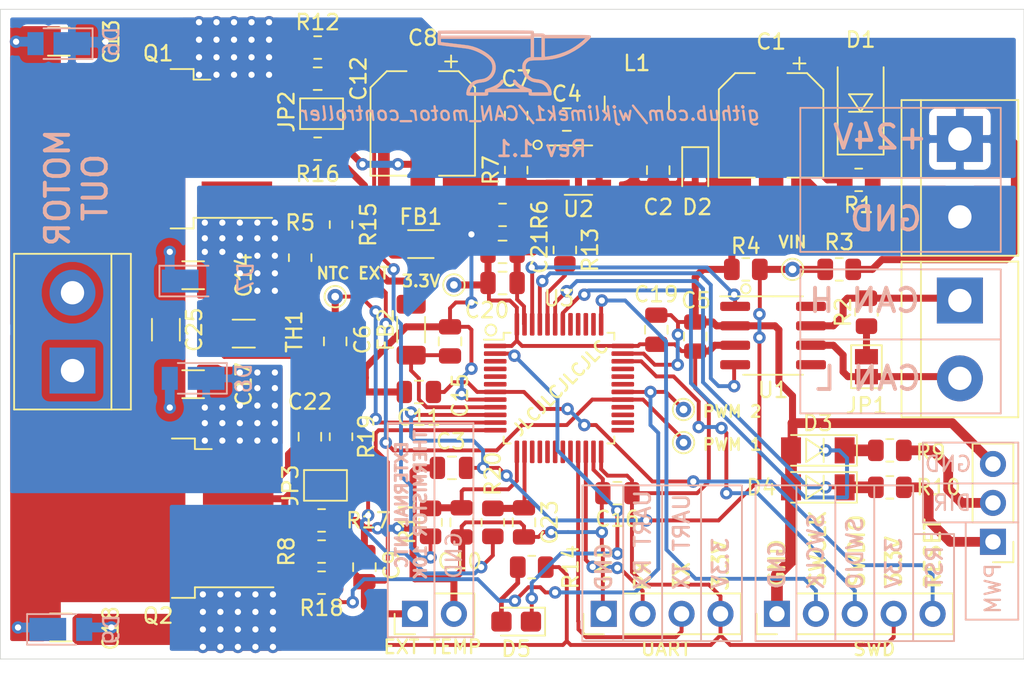
<source format=kicad_pcb>
(kicad_pcb (version 20171130) (host pcbnew "(5.1.9)-1")
  (title_block (title "CAN motor controller") (date 2021-05-17) (rev 1.1) (company "Anvil Electronics"))
  (layers (0 F.Cu signal) (31 B.Cu signal) (34 B.Paste user hide) (35 F.Paste user hide) (36 B.SilkS user) (37 F.SilkS user) (38 B.Mask user hide) (39 F.Mask user hide) (44 Edge.Cuts user))
  (net 0 "")
  (net 1 GND)
  (net 2 "Net-(C1-Pad1)")
  (net 3 /VIN)
  (net 4 /NTC_INTERNAL)
  (net 5 +3V3)
  (net 6 /NTC_EXTERNAL)
  (net 7 /I_SENSE_1)
  (net 8 /RESET)
  (net 9 /MOT_A)
  (net 10 +24V)
  (net 11 /MOT_B)
  (net 12 /I_SENSE_2)
  (net 13 "Net-(D3-Pad1)")
  (net 14 "Net-(D4-Pad1)")
  (net 15 /SWDIO)
  (net 16 /SWCLK)
  (net 17 /UART_TX)
  (net 18 /UART_RX)
  (net 19 /CAN_L)
  (net 20 /CAN_H)
  (net 21 /PWM_IN)
  (net 22 /DIR_IN)
  (net 23 "Net-(JP1-Pad1)")
  (net 24 "Net-(JP2-Pad1)")
  (net 25 "Net-(Q1-Pad2)")
  (net 26 "Net-(Q2-Pad2)")
  (net 27 /PWM_1)
  (net 28 /PWM_2)
  (net 29 /CAN_RX)
  (net 30 /CAN_TX)
  (net 31 "Net-(JP3-Pad1)")
  (net 32 "Net-(C12-Pad1)")
  (net 33 "Net-(C15-Pad1)")
  (net 34 "Net-(C22-Pad1)")
  (net 35 "Net-(D1-Pad1)")
  (net 36 "Net-(D5-Pad2)")
  (net 37 "Net-(D5-Pad1)")
  (net 38 "Net-(R6-Pad2)")
  (net 39 "Net-(R13-Pad2)")
  (net 40 "Net-(C4-Pad2)")
  (net 41 "Net-(C4-Pad1)")
  (net 42 "Net-(C7-Pad1)")
  (module WK_lib:Anvil_10x10mm (layer B.Cu) (at 191.135 24.511 180)
    (fp_text reference G*** hide)
    (fp_text value LOGO hide)
  )
  (module Diode_SMD:D_PowerDI-123 (layer B.Cu) (at 161.544 61.468)
    (fp_text reference D9 (at 3.302 0 270) (layer B.SilkS) (effects (justify mirror)))
    (fp_text value D)
    (pad 2 smd rect (at 1.525 0 180) (size 1.05 1.5) (layers B.Cu B.Paste B.Mask) (net 1 GND))
    (pad 1 smd rect (at -0.85 0 180) (size 2.4 1.5) (layers B.Cu B.Paste B.Mask) (net 11 /MOT_B))
  )
  (module Diode_SMD:D_PowerDI-123 (layer B.Cu) (at 170.18 45.085 180)
    (fp_text reference D8 (at -3.302 0 270) (layer B.SilkS) (effects (justify mirror)))
    (fp_text value D)
    (pad 2 smd rect (at 1.525 0) (size 1.05 1.5) (layers B.Cu B.Paste B.Mask) (net 11 /MOT_B))
    (pad 1 smd rect (at -0.85 0) (size 2.4 1.5) (layers B.Cu B.Paste B.Mask) (net 10 +24V))
  )
  (module Diode_SMD:D_PowerDI-123 (layer B.Cu) (at 170.18 38.735)
    (fp_text reference D7 (at 3.429 -0.254 90) (layer B.SilkS) (effects (justify mirror)))
    (fp_text value D)
    (pad 2 smd rect (at 1.525 0 180) (size 1.05 1.5) (layers B.Cu B.Paste B.Mask) (net 1 GND))
    (pad 1 smd rect (at -0.85 0 180) (size 2.4 1.5) (layers B.Cu B.Paste B.Mask) (net 9 /MOT_A))
  )
  (module Diode_SMD:D_PowerDI-123 (layer B.Cu) (at 161.417 23.241 180)
    (fp_text reference D6 (at -3.429 0.127 90) (layer B.SilkS) (effects (justify mirror)))
    (fp_text value D)
    (pad 2 smd rect (at 1.525 0) (size 1.05 1.5) (layers B.Cu B.Paste B.Mask) (net 9 /MOT_A))
    (pad 1 smd rect (at -0.85 0) (size 2.4 1.5) (layers B.Cu B.Paste B.Mask) (net 10 +24V))
  )
  (module LED_SMD:LED_0805_2012Metric_Castellated (layer F.Cu) (at 191.262 60.96 180)
    (fp_text reference D5 (at 0 -1.778) (layer F.SilkS))
    (fp_text value LED)
    (pad 2 smd roundrect (at 0.9625 0 180) (size 1.325 1.3) (layers F.Cu F.Paste F.Mask) (roundrect_rratio 0.1923076923076923) (net 36 "Net-(D5-Pad2)"))
    (pad 1 smd roundrect (at -0.9625 0 180) (size 1.325 1.3) (layers F.Cu F.Paste F.Mask) (roundrect_rratio 0.1923076923076923) (net 37 "Net-(D5-Pad1)"))
  )
  (module Connector_PinHeader_2.54mm:PinHeader_1x04_P2.54mm_Vertical (layer F.Cu) (at 196.977 60.452 90)
    (fp_text reference J2 hide)
    (fp_text value UART)
    (pad 4 thru_hole oval (at 0 7.62 90) (size 1.7 1.7) (drill 1) (layers *.Cu *.Mask) (net 5 +3V3))
    (pad 3 thru_hole oval (at 0 5.08 90) (size 1.7 1.7) (drill 1) (layers *.Cu *.Mask) (net 17 /UART_TX))
    (pad 2 thru_hole oval (at 0 2.54 90) (size 1.7 1.7) (drill 1) (layers *.Cu *.Mask) (net 18 /UART_RX))
    (pad 1 thru_hole rect (at 0 0 90) (size 1.7 1.7) (drill 1) (layers *.Cu *.Mask) (net 1 GND))
  )
  (module Connector_PinHeader_2.54mm:PinHeader_1x05_P2.54mm_Vertical (layer F.Cu) (at 208.28 60.452 90)
    (fp_text reference J1 hide)
    (fp_text value SWDIO)
    (pad 5 thru_hole oval (at 0 10.16 90) (size 1.7 1.7) (drill 1) (layers *.Cu *.Mask) (net 8 /RESET))
    (pad 4 thru_hole oval (at 0 7.62 90) (size 1.7 1.7) (drill 1) (layers *.Cu *.Mask) (net 5 +3V3))
    (pad 3 thru_hole oval (at 0 5.08 90) (size 1.7 1.7) (drill 1) (layers *.Cu *.Mask) (net 15 /SWDIO))
    (pad 2 thru_hole oval (at 0 2.54 90) (size 1.7 1.7) (drill 1) (layers *.Cu *.Mask) (net 16 /SWCLK))
    (pad 1 thru_hole rect (at 0 0 90) (size 1.7 1.7) (drill 1) (layers *.Cu *.Mask) (net 1 GND))
  )
  (module Capacitor_SMD:C_1206_3216Metric (layer F.Cu) (at 168.402 41.91 270)
    (fp_text reference C25 (at 0 -1.85 90) (layer F.SilkS))
    (fp_text value 100nF)
    (pad 2 smd roundrect (at 1.475 0 270) (size 1.15 1.8) (layers F.Cu F.Paste F.Mask) (roundrect_rratio 0.2173904347826087) (net 11 /MOT_B))
    (pad 1 smd roundrect (at -1.475 0 270) (size 1.15 1.8) (layers F.Cu F.Paste F.Mask) (roundrect_rratio 0.2173904347826087) (net 9 /MOT_A))
  )
  (module Capacitor_SMD:C_0805_2012Metric (layer F.Cu) (at 181.356 57.404 90)
    (fp_text reference C9 (at 0.127 1.778 90) (layer F.SilkS))
    (fp_text value 100nF)
    (pad 2 smd roundrect (at 0.95 0 90) (size 1 1.45) (layers F.Cu F.Paste F.Mask) (net 1 GND))
    (pad 1 smd roundrect (at -0.95 0 90) (size 1 1.45) (layers F.Cu F.Paste F.Mask) (net 6 /NTC_EXTERNAL))
  )
  (module Capacitor_SMD:C_0805_2012Metric (layer F.Cu) (at 187.071 50.927 180)
    (fp_text reference C3 (at 0.071 1.727) (layer F.SilkS))
    (fp_text value 100nF)
    (pad 2 smd roundrect (at 0.95 0 180) (size 1 1.45) (layers F.Cu F.Paste F.Mask) (net 1 GND))
    (pad 1 smd roundrect (at -0.95 0 180) (size 1 1.45) (layers F.Cu F.Paste F.Mask) (net 3 /VIN))
  )
  (module Capacitor_SMD:C_0805_2012Metric (layer F.Cu) (at 197.866 52.578 180)
    (fp_text reference C16 (at 0 -1.68) (layer F.SilkS))
    (fp_text value 100nF)
    (pad 2 smd roundrect (at 0.95 0 180) (size 1 1.45) (layers F.Cu F.Paste F.Mask) (net 1 GND))
    (pad 1 smd roundrect (at -0.95 0 180) (size 1 1.45) (layers F.Cu F.Paste F.Mask) (net 5 +3V3))
  )
  (module Connector_PinHeader_2.54mm:PinHeader_1x02_P2.54mm_Vertical (layer F.Cu) (at 184.658 60.452 90)
    (fp_text reference TH2 hide)
    (fp_text value "NTC 10k")
    (pad 2 thru_hole oval (at 0 2.54 90) (size 1.7 1.7) (drill 1) (layers *.Cu *.Mask) (net 1 GND))
    (pad 1 thru_hole rect (at 0 0 90) (size 1.7 1.7) (drill 1) (layers *.Cu *.Mask) (net 6 /NTC_EXTERNAL))
  )
  (module Capacitor_SMD:CP_Elec_6.3x5.7 (layer F.Cu) (at 207.899 28.575 270)
    (fp_text reference C1 (at -5.461 0 180) (layer F.SilkS))
    (fp_text value 47uF)
    (pad 2 smd roundrect (at 2.7 0 270) (size 3.5 1.6) (layers F.Cu F.Paste F.Mask) (roundrect_rratio 0.15625) (net 1 GND))
    (pad 1 smd roundrect (at -2.7 0 270) (size 3.5 1.6) (layers F.Cu F.Paste F.Mask) (roundrect_rratio 0.15625) (net 2 "Net-(C1-Pad1)"))
  )
  (module Resistor_SMD:R_0805_2012Metric (layer F.Cu) (at 206.248 37.973 180)
    (fp_text reference R4 (at 0 1.524) (layer F.SilkS))
    (fp_text value 1.1k)
    (pad 2 smd roundrect (at 0.9125 0 180) (size 1.025 1.4) (layers F.Cu F.Paste F.Mask) (roundrect_rratio 0.2439014634146341) (net 1 GND))
    (pad 1 smd roundrect (at -0.9125 0 180) (size 1.025 1.4) (layers F.Cu F.Paste F.Mask) (roundrect_rratio 0.2439014634146341) (net 3 /VIN))
  )
  (module Inductor_SMD:L_1206_3216Metric (layer F.Cu) (at 185.039 36.322 180)
    (fp_text reference FB1 (at 0 1.778) (layer F.SilkS))
    (fp_text value Ferrite_Bead)
    (pad 2 smd roundrect (at 1.575 0 180) (size 1.05 1.9) (layers F.Cu F.Paste F.Mask) (roundrect_rratio 0.2380942857142857) (net 42 "Net-(C7-Pad1)"))
    (pad 1 smd roundrect (at -1.575 0 180) (size 1.05 1.9) (layers F.Cu F.Paste F.Mask) (roundrect_rratio 0.2380942857142857) (net 5 +3V3))
  )
  (module Package_QFP:LQFP-48_7x7mm_P0.5mm (layer F.Cu) (at 194.056 45.72)
    (fp_text reference U3 (at 0 -5.85) (layer F.SilkS))
    (fp_text value STM32F103C8Tx)
    (pad 1 smd roundrect (at -4.1625 -2.75) (size 1.475 0.3) (layers F.Cu F.Paste F.Mask) (net 5 +3V3))
    (pad 2 smd roundrect (at -4.1625 -2.25) (size 1.475 0.3) (layers F.Cu F.Paste F.Mask) (net 37 "Net-(D5-Pad1)"))
    (pad 3 smd roundrect (at -4.1625 -1.75) (size 1.475 0.3) (layers F.Cu F.Paste F.Mask))
    (pad 4 smd roundrect (at -4.1625 -1.25) (size 1.475 0.3) (layers F.Cu F.Paste F.Mask))
    (pad 5 smd roundrect (at -4.1625 -0.75) (size 1.475 0.3) (layers F.Cu F.Paste F.Mask))
    (pad 6 smd roundrect (at -4.1625 -0.25) (size 1.475 0.3) (layers F.Cu F.Paste F.Mask))
    (pad 7 smd roundrect (at -4.1625 0.25) (size 1.475 0.3) (layers F.Cu F.Paste F.Mask) (net 8 /RESET))
    (pad 8 smd roundrect (at -4.1625 0.75) (size 1.475 0.3) (layers F.Cu F.Paste F.Mask) (net 1 GND))
    (pad 9 smd roundrect (at -4.1625 1.25) (size 1.475 0.3) (layers F.Cu F.Paste F.Mask) (net 33 "Net-(C15-Pad1)"))
    (pad 10 smd roundrect (at -4.1625 1.75) (size 1.475 0.3) (layers F.Cu F.Paste F.Mask) (net 3 /VIN))
    (pad 11 smd roundrect (at -4.1625 2.25) (size 1.475 0.3) (layers F.Cu F.Paste F.Mask) (net 4 /NTC_INTERNAL))
    (pad 12 smd roundrect (at -4.1625 2.75) (size 1.475 0.3) (layers F.Cu F.Paste F.Mask) (net 6 /NTC_EXTERNAL))
    (pad 13 smd roundrect (at -2.75 4.1625) (size 0.3 1.475) (layers F.Cu F.Paste F.Mask) (net 7 /I_SENSE_1))
    (pad 14 smd roundrect (at -2.25 4.1625) (size 0.3 1.475) (layers F.Cu F.Paste F.Mask) (net 12 /I_SENSE_2))
    (pad 15 smd roundrect (at -1.75 4.1625) (size 0.3 1.475) (layers F.Cu F.Paste F.Mask))
    (pad 16 smd roundrect (at -1.25 4.1625) (size 0.3 1.475) (layers F.Cu F.Paste F.Mask))
    (pad 17 smd roundrect (at -0.75 4.1625) (size 0.3 1.475) (layers F.Cu F.Paste F.Mask))
    (pad 18 smd roundrect (at -0.25 4.1625) (size 0.3 1.475) (layers F.Cu F.Paste F.Mask))
    (pad 19 smd roundrect (at 0.25 4.1625) (size 0.3 1.475) (layers F.Cu F.Paste F.Mask))
    (pad 20 smd roundrect (at 0.75 4.1625) (size 0.3 1.475) (layers F.Cu F.Paste F.Mask))
    (pad 21 smd roundrect (at 1.25 4.1625) (size 0.3 1.475) (layers F.Cu F.Paste F.Mask) (net 17 /UART_TX))
    (pad 22 smd roundrect (at 1.75 4.1625) (size 0.3 1.475) (layers F.Cu F.Paste F.Mask) (net 18 /UART_RX))
    (pad 23 smd roundrect (at 2.25 4.1625) (size 0.3 1.475) (layers F.Cu F.Paste F.Mask) (net 1 GND))
    (pad 24 smd roundrect (at 2.75 4.1625) (size 0.3 1.475) (layers F.Cu F.Paste F.Mask) (net 5 +3V3))
    (pad 25 smd roundrect (at 4.1625 2.75) (size 1.475 0.3) (layers F.Cu F.Paste F.Mask))
    (pad 26 smd roundrect (at 4.1625 2.25) (size 1.475 0.3) (layers F.Cu F.Paste F.Mask))
    (pad 27 smd roundrect (at 4.1625 1.75) (size 1.475 0.3) (layers F.Cu F.Paste F.Mask))
    (pad 28 smd roundrect (at 4.1625 1.25) (size 1.475 0.3) (layers F.Cu F.Paste F.Mask))
    (pad 29 smd roundrect (at 4.1625 0.75) (size 1.475 0.3) (layers F.Cu F.Paste F.Mask) (net 27 /PWM_1))
    (pad 30 smd roundrect (at 4.1625 0.25) (size 1.475 0.3) (layers F.Cu F.Paste F.Mask) (net 28 /PWM_2))
    (pad 31 smd roundrect (at 4.1625 -0.25) (size 1.475 0.3) (layers F.Cu F.Paste F.Mask))
    (pad 32 smd roundrect (at 4.1625 -0.75) (size 1.475 0.3) (layers F.Cu F.Paste F.Mask))
    (pad 33 smd roundrect (at 4.1625 -1.25) (size 1.475 0.3) (layers F.Cu F.Paste F.Mask))
    (pad 34 smd roundrect (at 4.1625 -1.75) (size 1.475 0.3) (layers F.Cu F.Paste F.Mask) (net 15 /SWDIO))
    (pad 35 smd roundrect (at 4.1625 -2.25) (size 1.475 0.3) (layers F.Cu F.Paste F.Mask) (net 1 GND))
    (pad 36 smd roundrect (at 4.1625 -2.75) (size 1.475 0.3) (layers F.Cu F.Paste F.Mask) (net 5 +3V3))
    (pad 37 smd roundrect (at 2.75 -4.1625) (size 0.3 1.475) (layers F.Cu F.Paste F.Mask) (net 16 /SWCLK))
    (pad 38 smd roundrect (at 2.25 -4.1625) (size 0.3 1.475) (layers F.Cu F.Paste F.Mask))
    (pad 39 smd roundrect (at 1.75 -4.1625) (size 0.3 1.475) (layers F.Cu F.Paste F.Mask))
    (pad 40 smd roundrect (at 1.25 -4.1625) (size 0.3 1.475) (layers F.Cu F.Paste F.Mask))
    (pad 41 smd roundrect (at 0.75 -4.1625) (size 0.3 1.475) (layers F.Cu F.Paste F.Mask))
    (pad 42 smd roundrect (at 0.25 -4.1625) (size 0.3 1.475) (layers F.Cu F.Paste F.Mask) (net 13 "Net-(D3-Pad1)"))
    (pad 43 smd roundrect (at -0.25 -4.1625) (size 0.3 1.475) (layers F.Cu F.Paste F.Mask) (net 14 "Net-(D4-Pad1)"))
    (pad 44 smd roundrect (at -0.75 -4.1625) (size 0.3 1.475) (layers F.Cu F.Paste F.Mask) (net 39 "Net-(R13-Pad2)"))
    (pad 45 smd roundrect (at -1.25 -4.1625) (size 0.3 1.475) (layers F.Cu F.Paste F.Mask) (net 29 /CAN_RX))
    (pad 46 smd roundrect (at -1.75 -4.1625) (size 0.3 1.475) (layers F.Cu F.Paste F.Mask) (net 30 /CAN_TX))
    (pad 47 smd roundrect (at -2.25 -4.1625) (size 0.3 1.475) (layers F.Cu F.Paste F.Mask) (net 1 GND))
    (pad 48 smd roundrect (at -2.75 -4.1625) (size 0.3 1.475) (layers F.Cu F.Paste F.Mask) (net 5 +3V3))
  )
  (module Package_TO_SOT_SMD:SOT-23-6_Handsoldering (layer F.Cu) (at 195.326 31.496)
    (fp_text reference U2 (at 0 2.54) (layer F.SilkS))
    (fp_text value LMR50410)
    (pad 5 smd rect (at 1.35 0) (size 1.56 0.65) (layers F.Cu F.Paste F.Mask) (net 2 "Net-(C1-Pad1)"))
    (pad 6 smd rect (at 1.35 -0.95) (size 1.56 0.65) (layers F.Cu F.Paste F.Mask) (net 40 "Net-(C4-Pad2)"))
    (pad 4 smd rect (at 1.35 0.95) (size 1.56 0.65) (layers F.Cu F.Paste F.Mask) (net 2 "Net-(C1-Pad1)"))
    (pad 3 smd rect (at -1.35 0.95) (size 1.56 0.65) (layers F.Cu F.Paste F.Mask) (net 38 "Net-(R6-Pad2)"))
    (pad 2 smd rect (at -1.35 0) (size 1.56 0.65) (layers F.Cu F.Paste F.Mask) (net 1 GND))
    (pad 1 smd rect (at -1.35 -0.95) (size 1.56 0.65) (layers F.Cu F.Paste F.Mask) (net 41 "Net-(C4-Pad1)"))
  )
  (module Package_SO:SOIC-8_3.9x4.9mm_P1.27mm (layer F.Cu) (at 208.026 42.291)
    (fp_text reference U1 (at 0 3.556) (layer F.SilkS))
    (fp_text value SN65HVD232)
    (pad 1 smd roundrect (at -2.475 -1.905) (size 1.95 0.6) (layers F.Cu F.Paste F.Mask) (net 30 /CAN_TX))
    (pad 2 smd roundrect (at -2.475 -0.635) (size 1.95 0.6) (layers F.Cu F.Paste F.Mask) (net 1 GND))
    (pad 3 smd roundrect (at -2.475 0.635) (size 1.95 0.6) (layers F.Cu F.Paste F.Mask) (net 5 +3V3))
    (pad 4 smd roundrect (at -2.475 1.905) (size 1.95 0.6) (layers F.Cu F.Paste F.Mask) (net 29 /CAN_RX))
    (pad 5 smd roundrect (at 2.475 1.905) (size 1.95 0.6) (layers F.Cu F.Paste F.Mask))
    (pad 6 smd roundrect (at 2.475 0.635) (size 1.95 0.6) (layers F.Cu F.Paste F.Mask) (net 19 /CAN_L))
    (pad 7 smd roundrect (at 2.475 -0.635) (size 1.95 0.6) (layers F.Cu F.Paste F.Mask) (net 20 /CAN_H))
    (pad 8 smd roundrect (at 2.475 -1.905) (size 1.95 0.6) (layers F.Cu F.Paste F.Mask))
  )
  (module TestPoint:TestPoint_THTPad_D1.0mm_Drill0.5mm (layer F.Cu) (at 202.184 47.117)
    (fp_text reference TP7 hide)
    (fp_text value "PWM OUT 2")
    (pad 1 thru_hole circle (at 0 0) (size 1 1) (drill 0.5) (layers *.Cu *.Mask) (net 28 /PWM_2))
  )
  (module TestPoint:TestPoint_THTPad_D1.0mm_Drill0.5mm (layer F.Cu) (at 202.184 49.276)
    (fp_text reference TP5 hide)
    (fp_text value "PWM OUT 1")
    (pad 1 thru_hole circle (at 0 0) (size 1 1) (drill 0.5) (layers *.Cu *.Mask) (net 27 /PWM_1))
  )
  (module TestPoint:TestPoint_THTPad_D1.0mm_Drill0.5mm (layer F.Cu) (at 187.198 38.989)
    (fp_text reference TP3 hide)
    (fp_text value 3V3)
    (pad 1 thru_hole circle (at 0 0) (size 1 1) (drill 0.5) (layers *.Cu *.Mask) (net 5 +3V3))
  )
  (module TestPoint:TestPoint_THTPad_D1.0mm_Drill0.5mm (layer F.Cu) (at 179.451 39.751)
    (fp_text reference TP2 hide)
    (fp_text value "NTC INT")
    (pad 1 thru_hole circle (at 0 0) (size 1 1) (drill 0.5) (layers *.Cu *.Mask) (net 4 /NTC_INTERNAL))
  )
  (module TestPoint:TestPoint_THTPad_D1.0mm_Drill0.5mm (layer F.Cu) (at 209.296 37.973)
    (fp_text reference TP1 hide)
    (fp_text value VIN)
    (pad 1 thru_hole circle (at 0 0) (size 1 1) (drill 0.5) (layers *.Cu *.Mask) (net 3 /VIN))
  )
  (module Resistor_SMD:R_1206_3216Metric_Pad1.30x1.75mm_HandSolder (layer F.Cu) (at 173.482 42.164 180)
    (fp_text reference TH1 (at -3.302 0.127 90) (layer F.SilkS))
    (fp_text value "NTC 10k")
    (pad 2 smd roundrect (at 1.55 0 180) (size 1.3 1.75) (layers F.Cu F.Paste F.Mask) (roundrect_rratio 0.1923076923076923) (net 1 GND))
    (pad 1 smd roundrect (at -1.55 0 180) (size 1.3 1.75) (layers F.Cu F.Paste F.Mask) (roundrect_rratio 0.1923076923076923) (net 4 /NTC_INTERNAL))
  )
  (module Resistor_SMD:R_0805_2012Metric (layer F.Cu) (at 189.738 54.483 90)
    (fp_text reference R20 (at 3.175 0 270) (layer F.SilkS))
    (fp_text value 33k)
    (pad 2 smd roundrect (at 0.9125 0 90) (size 1.025 1.4) (layers F.Cu F.Paste F.Mask) (roundrect_rratio 0.2439014634146341) (net 12 /I_SENSE_2))
    (pad 1 smd roundrect (at -0.9125 0 90) (size 1.025 1.4) (layers F.Cu F.Paste F.Mask) (roundrect_rratio 0.2439014634146341) (net 34 "Net-(C22-Pad1)"))
  )
  (module Resistor_SMD:R_0805_2012Metric (layer F.Cu) (at 179.832 48.895 90)
    (fp_text reference R19 (at 0 1.651 270) (layer F.SilkS))
    (fp_text value 470R)
    (pad 2 smd roundrect (at 0.9125 0 90) (size 1.025 1.4) (layers F.Cu F.Paste F.Mask) (roundrect_rratio 0.2439014634146341) (net 1 GND))
    (pad 1 smd roundrect (at -0.9125 0 90) (size 1.025 1.4) (layers F.Cu F.Paste F.Mask) (roundrect_rratio 0.2439014634146341) (net 34 "Net-(C22-Pad1)"))
  )
  (module Resistor_SMD:R_0805_2012Metric (layer F.Cu) (at 178.562 58.42)
    (fp_text reference R18 (at 0 1.651 180) (layer F.SilkS))
    (fp_text value 1k)
    (pad 2 smd roundrect (at 0.9125 0) (size 1.025 1.4) (layers F.Cu F.Paste F.Mask) (roundrect_rratio 0.2439014634146341) (net 28 /PWM_2))
    (pad 1 smd roundrect (at -0.9125 0) (size 1.025 1.4) (layers F.Cu F.Paste F.Mask) (roundrect_rratio 0.2439014634146341) (net 26 "Net-(Q2-Pad2)"))
  )
  (module Resistor_SMD:R_0805_2012Metric (layer F.Cu) (at 178.562 54.356)
    (fp_text reference R17 (at 3.048 0 180) (layer F.SilkS))
    (fp_text value 470R)
    (pad 2 smd roundrect (at 0.9125 0) (size 1.025 1.4) (layers F.Cu F.Paste F.Mask) (roundrect_rratio 0.2439014634146341) (net 1 GND))
    (pad 1 smd roundrect (at -0.9125 0) (size 1.025 1.4) (layers F.Cu F.Paste F.Mask) (roundrect_rratio 0.2439014634146341) (net 31 "Net-(JP3-Pad1)"))
  )
  (module Resistor_SMD:R_0805_2012Metric (layer F.Cu) (at 178.308 30.099)
    (fp_text reference R16 (at 0 1.651) (layer F.SilkS))
    (fp_text value 470R)
    (pad 2 smd roundrect (at 0.9125 0) (size 1.025 1.4) (layers F.Cu F.Paste F.Mask) (roundrect_rratio 0.2439014634146341) (net 1 GND))
    (pad 1 smd roundrect (at -0.9125 0) (size 1.025 1.4) (layers F.Cu F.Paste F.Mask) (roundrect_rratio 0.2439014634146341) (net 24 "Net-(JP2-Pad1)"))
  )
  (module Resistor_SMD:R_0805_2012Metric (layer F.Cu) (at 179.832 35.052 90)
    (fp_text reference R15 (at 0 1.778 90) (layer F.SilkS))
    (fp_text value 1k)
    (pad 2 smd roundrect (at 0.9125 0 90) (size 1.025 1.4) (layers F.Cu F.Paste F.Mask) (roundrect_rratio 0.2439014634146341) (net 25 "Net-(Q1-Pad2)"))
    (pad 1 smd roundrect (at -0.9125 0 90) (size 1.025 1.4) (layers F.Cu F.Paste F.Mask) (roundrect_rratio 0.2439014634146341) (net 27 /PWM_1))
  )
  (module Resistor_SMD:R_0805_2012Metric (layer F.Cu) (at 192.278 57.404 180)
    (fp_text reference R14 (at -2.54 0 90) (layer F.SilkS))
    (fp_text value 1.1k)
    (pad 2 smd roundrect (at 0.9125 0 180) (size 1.025 1.4) (layers F.Cu F.Paste F.Mask) (roundrect_rratio 0.2439014634146341) (net 36 "Net-(D5-Pad2)"))
    (pad 1 smd roundrect (at -0.9125 0 180) (size 1.025 1.4) (layers F.Cu F.Paste F.Mask) (roundrect_rratio 0.2439014634146341) (net 5 +3V3))
  )
  (module Resistor_SMD:R_0805_2012Metric (layer F.Cu) (at 194.437 36.703 270)
    (fp_text reference R13 (at 0 -1.65 90) (layer F.SilkS))
    (fp_text value 10k)
    (pad 2 smd roundrect (at 0.9125 0 270) (size 1.025 1.4) (layers F.Cu F.Paste F.Mask) (roundrect_rratio 0.2439014634146341) (net 39 "Net-(R13-Pad2)"))
    (pad 1 smd roundrect (at -0.9125 0 270) (size 1.025 1.4) (layers F.Cu F.Paste F.Mask) (roundrect_rratio 0.2439014634146341) (net 1 GND))
  )
  (module Resistor_SMD:R_0805_2012Metric (layer F.Cu) (at 178.308 23.495)
    (fp_text reference R12 (at 0 -1.65) (layer F.SilkS))
    (fp_text value 470R)
    (pad 2 smd roundrect (at 0.9125 0) (size 1.025 1.4) (layers F.Cu F.Paste F.Mask) (roundrect_rratio 0.2439014634146341) (net 1 GND))
    (pad 1 smd roundrect (at -0.9125 0) (size 1.025 1.4) (layers F.Cu F.Paste F.Mask) (roundrect_rratio 0.2439014634146341) (net 32 "Net-(C12-Pad1)"))
  )
  (module Resistor_SMD:R_0805_2012Metric (layer F.Cu) (at 185.674 54.483 270)
    (fp_text reference R11 (at 0 1.524 90) (layer F.SilkS))
    (fp_text value 33k)
    (pad 2 smd roundrect (at 0.9125 0 270) (size 1.025 1.4) (layers F.Cu F.Paste F.Mask) (roundrect_rratio 0.2439014634146341) (net 32 "Net-(C12-Pad1)"))
    (pad 1 smd roundrect (at -0.9125 0 270) (size 1.025 1.4) (layers F.Cu F.Paste F.Mask) (roundrect_rratio 0.2439014634146341) (net 7 /I_SENSE_1))
  )
  (module Resistor_SMD:R_0805_2012Metric (layer F.Cu) (at 215.646 52.197 180)
    (fp_text reference R10 (at -3.175 0) (layer F.SilkS))
    (fp_text value 6.8k)
    (pad 2 smd roundrect (at 0.9125 0 180) (size 1.025 1.4) (layers F.Cu F.Paste F.Mask) (roundrect_rratio 0.2439014634146341) (net 14 "Net-(D4-Pad1)"))
    (pad 1 smd roundrect (at -0.9125 0 180) (size 1.025 1.4) (layers F.Cu F.Paste F.Mask) (roundrect_rratio 0.2439014634146341) (net 21 /PWM_IN))
  )
  (module Resistor_SMD:R_0805_2012Metric (layer F.Cu) (at 215.646 49.784 180)
    (fp_text reference R9 (at -2.667 -0.127) (layer F.SilkS))
    (fp_text value 6.8k)
    (pad 2 smd roundrect (at 0.9125 0 180) (size 1.025 1.4) (layers F.Cu F.Paste F.Mask) (roundrect_rratio 0.2439014634146341) (net 13 "Net-(D3-Pad1)"))
    (pad 1 smd roundrect (at -0.9125 0 180) (size 1.025 1.4) (layers F.Cu F.Paste F.Mask) (roundrect_rratio 0.2439014634146341) (net 22 /DIR_IN))
  )
  (module Resistor_SMD:R_0805_2012Metric (layer F.Cu) (at 178.562 56.388)
    (fp_text reference R8 (at -2.286 0 90) (layer F.SilkS))
    (fp_text value 10k)
    (pad 2 smd roundrect (at 0.9125 0) (size 1.025 1.4) (layers F.Cu F.Paste F.Mask) (roundrect_rratio 0.2439014634146341) (net 6 /NTC_EXTERNAL))
    (pad 1 smd roundrect (at -0.9125 0) (size 1.025 1.4) (layers F.Cu F.Paste F.Mask) (roundrect_rratio 0.2439014634146341) (net 5 +3V3))
  )
  (module Resistor_SMD:R_0805_2012Metric (layer F.Cu) (at 191.262 31.496 90)
    (fp_text reference R7 (at 0 -1.65 90) (layer F.SilkS))
    (fp_text value 22k)
    (pad 2 smd roundrect (at 0.9125 0 90) (size 1.025 1.4) (layers F.Cu F.Paste F.Mask) (roundrect_rratio 0.2439014634146341) (net 1 GND))
    (pad 1 smd roundrect (at -0.9125 0 90) (size 1.025 1.4) (layers F.Cu F.Paste F.Mask) (roundrect_rratio 0.2439014634146341) (net 38 "Net-(R6-Pad2)"))
  )
  (module Resistor_SMD:R_0805_2012Metric (layer F.Cu) (at 190.373 34.417)
    (fp_text reference R6 (at 2.413 0 90) (layer F.SilkS))
    (fp_text value 51k)
    (pad 2 smd roundrect (at 0.9125 0) (size 1.025 1.4) (layers F.Cu F.Paste F.Mask) (roundrect_rratio 0.2439014634146341) (net 38 "Net-(R6-Pad2)"))
    (pad 1 smd roundrect (at -0.9125 0) (size 1.025 1.4) (layers F.Cu F.Paste F.Mask) (roundrect_rratio 0.2439014634146341) (net 42 "Net-(C7-Pad1)"))
  )
  (module Resistor_SMD:R_0805_2012Metric (layer F.Cu) (at 177.165 37.211 270)
    (fp_text reference R5 (at -2.286 0 180) (layer F.SilkS))
    (fp_text value 10k)
    (pad 2 smd roundrect (at 0.9125 0 270) (size 1.025 1.4) (layers F.Cu F.Paste F.Mask) (roundrect_rratio 0.2439014634146341) (net 4 /NTC_INTERNAL))
    (pad 1 smd roundrect (at -0.9125 0 270) (size 1.025 1.4) (layers F.Cu F.Paste F.Mask) (roundrect_rratio 0.2439014634146341) (net 5 +3V3))
  )
  (module Resistor_SMD:R_0805_2012Metric (layer F.Cu) (at 212.344 37.973 180)
    (fp_text reference R3 (at 0 1.778) (layer F.SilkS))
    (fp_text value 10k)
    (pad 2 smd roundrect (at 0.9125 0 180) (size 1.025 1.4) (layers F.Cu F.Paste F.Mask) (roundrect_rratio 0.2439014634146341) (net 3 /VIN))
    (pad 1 smd roundrect (at -0.9125 0 180) (size 1.025 1.4) (layers F.Cu F.Paste F.Mask) (roundrect_rratio 0.2439014634146341) (net 10 +24V))
  )
  (module Resistor_SMD:R_0805_2012Metric (layer F.Cu) (at 214.122 40.767 270)
    (fp_text reference R2 (at 0 1.524 90) (layer F.SilkS))
    (fp_text value 120R)
    (pad 2 smd roundrect (at 0.9125 0 270) (size 1.025 1.4) (layers F.Cu F.Paste F.Mask) (roundrect_rratio 0.2439014634146341) (net 23 "Net-(JP1-Pad1)"))
    (pad 1 smd roundrect (at -0.9125 0 270) (size 1.025 1.4) (layers F.Cu F.Paste F.Mask) (roundrect_rratio 0.2439014634146341) (net 20 /CAN_H))
  )
  (module Resistor_SMD:R_0805_2012Metric (layer F.Cu) (at 213.614 32.131 180)
    (fp_text reference R1 (at 0 -1.65) (layer F.SilkS))
    (fp_text value 10R)
    (pad 2 smd roundrect (at 0.9125 0 180) (size 1.025 1.4) (layers F.Cu F.Paste F.Mask) (roundrect_rratio 0.2439014634146341) (net 2 "Net-(C1-Pad1)"))
    (pad 1 smd roundrect (at -0.9125 0 180) (size 1.025 1.4) (layers F.Cu F.Paste F.Mask) (roundrect_rratio 0.2439014634146341) (net 35 "Net-(D1-Pad1)"))
  )
  (module Package_TO_SOT_SMD:TO-263-7_TabPin8 (layer F.Cu) (at 167.344 54.21 180)
    (fp_text reference Q2 (at -0.55 -6.369) (layer F.SilkS))
    (fp_text value BTN8982TA)
    (pad 1 smd rect (at -5.775 -3.81 180) (size 4.6 0.8) (layers F.Cu F.Paste F.Mask) (net 1 GND))
    (pad 2 smd rect (at -5.775 -2.54 180) (size 4.6 0.8) (layers F.Cu F.Paste F.Mask) (net 26 "Net-(Q2-Pad2)"))
    (pad 3 smd rect (at -5.775 -1.27 180) (size 4.6 0.8) (layers F.Cu F.Paste F.Mask) (net 5 +3V3))
    (pad 4 smd rect (at -5.775 0 180) (size 4.6 0.8) (layers F.Cu F.Paste F.Mask) (net 11 /MOT_B))
    (pad 5 smd rect (at -5.775 1.27 180) (size 4.6 0.8) (layers F.Cu F.Paste F.Mask) (net 31 "Net-(JP3-Pad1)"))
    (pad 6 smd rect (at -5.775 2.54 180) (size 4.6 0.8) (layers F.Cu F.Paste F.Mask) (net 34 "Net-(C22-Pad1)"))
    (pad 7 smd rect (at -5.775 3.81 180) (size 4.6 0.8) (layers F.Cu F.Paste F.Mask) (net 10 +24V))
    (pad 8 smd rect (at 3.375 0 180) (size 9.4 10.8) (layers F.Cu F.Mask) (net 11 /MOT_B))
  )
  (module Package_TO_SOT_SMD:TO-263-7_TabPin8 (layer F.Cu) (at 167.259 30.099 180)
    (fp_text reference Q1 (at -0.635 6.223) (layer F.SilkS))
    (fp_text value BTN8982TA)
    (pad 1 smd rect (at -5.775 -3.81 180) (size 4.6 0.8) (layers F.Cu F.Paste F.Mask) (net 1 GND))
    (pad 2 smd rect (at -5.775 -2.54 180) (size 4.6 0.8) (layers F.Cu F.Paste F.Mask) (net 25 "Net-(Q1-Pad2)"))
    (pad 3 smd rect (at -5.775 -1.27 180) (size 4.6 0.8) (layers F.Cu F.Paste F.Mask) (net 5 +3V3))
    (pad 4 smd rect (at -5.775 0 180) (size 4.6 0.8) (layers F.Cu F.Paste F.Mask) (net 9 /MOT_A))
    (pad 5 smd rect (at -5.775 1.27 180) (size 4.6 0.8) (layers F.Cu F.Paste F.Mask) (net 24 "Net-(JP2-Pad1)"))
    (pad 6 smd rect (at -5.775 2.54 180) (size 4.6 0.8) (layers F.Cu F.Paste F.Mask) (net 32 "Net-(C12-Pad1)"))
    (pad 7 smd rect (at -5.775 3.81 180) (size 4.6 0.8) (layers F.Cu F.Paste F.Mask) (net 10 +24V))
    (pad 8 smd rect (at 3.375 0 180) (size 9.4 10.8) (layers F.Cu F.Mask) (net 9 /MOT_A))
  )
  (module Inductor_SMD:L_Wuerth_MAPI-4030 (layer F.Cu) (at 199.136 27.178 90)
    (fp_text reference L1 (at 2.667 0 180) (layer F.SilkS))
    (fp_text value 4.7uH)
    (pad 2 smd rect (at 1.185 0 90) (size 0.98 3.7) (layers F.Cu F.Paste F.Mask) (net 42 "Net-(C7-Pad1)"))
    (pad 1 smd rect (at -1.185 0 90) (size 0.98 3.7) (layers F.Cu F.Paste F.Mask) (net 40 "Net-(C4-Pad2)"))
  )
  (module Jumper:SolderJumper-2_P1.3mm_Bridged_Pad1.0x1.5mm (layer F.Cu) (at 178.816 52.07)
    (fp_text reference JP3 (at -2.286 0 90) (layer F.SilkS))
    (fp_text value Jumper)
    (fp_poly (pts (xy -0.25 -0.3) (xy 0.25 -0.3) (xy 0.25 0.3) (xy -0.25 0.3)) (layer F.Cu) (width 0))
    (pad 2 smd rect (at 0.65 0) (size 1 1.5) (layers F.Cu F.Mask) (net 1 GND))
    (pad 1 smd rect (at -0.65 0) (size 1 1.5) (layers F.Cu F.Mask) (net 31 "Net-(JP3-Pad1)"))
  )
  (module Jumper:SolderJumper-2_P1.3mm_Bridged_Pad1.0x1.5mm (layer F.Cu) (at 178.562 27.813)
    (fp_text reference JP2 (at -2.286 -0.127 90) (layer F.SilkS))
    (fp_text value Jumper)
    (fp_poly (pts (xy -0.25 -0.3) (xy 0.25 -0.3) (xy 0.25 0.3) (xy -0.25 0.3)) (layer F.Cu) (width 0))
    (pad 2 smd rect (at 0.65 0) (size 1 1.5) (layers F.Cu F.Mask) (net 1 GND))
    (pad 1 smd rect (at -0.65 0) (size 1 1.5) (layers F.Cu F.Mask) (net 24 "Net-(JP2-Pad1)"))
  )
  (module Jumper:SolderJumper-2_P1.3mm_Open_Pad1.0x1.5mm (layer F.Cu) (at 214.122 44.323 270)
    (fp_text reference JP1 (at 2.54 0 180) (layer F.SilkS))
    (fp_text value Jumper)
    (pad 1 smd rect (at -0.65 0 270) (size 1 1.5) (layers F.Cu F.Mask) (net 23 "Net-(JP1-Pad1)"))
    (pad 2 smd rect (at 0.65 0 270) (size 1 1.5) (layers F.Cu F.Mask) (net 19 /CAN_L))
  )
  (module WK_lib:ScrewTerminal_2_P5.08mm (layer F.Cu) (at 220.218 40.005 270)
    (fp_text reference J6 hide)
    (fp_text value CAN)
    (pad 2 thru_hole circle (at 5.08 0 270) (size 3 3) (drill 1.52) (layers *.Cu *.Mask) (net 19 /CAN_L))
    (pad 1 thru_hole rect (at 0 0 270) (size 3 3) (drill 1.52) (layers *.Cu *.Mask) (net 20 /CAN_H))
  )
  (module WK_lib:ScrewTerminal_2_P5.08mm (layer F.Cu) (at 162.306 44.577 90)
    (fp_text reference J5 hide)
    (fp_text value "MOTOR OUT")
    (pad 2 thru_hole circle (at 5.08 0 90) (size 3 3) (drill 1.52) (layers *.Cu *.Mask) (net 9 /MOT_A))
    (pad 1 thru_hole rect (at 0 0 90) (size 3 3) (drill 1.52) (layers *.Cu *.Mask) (net 11 /MOT_B))
  )
  (module WK_lib:ScrewTerminal_2_P5.08mm (layer F.Cu) (at 220.218 29.464 270)
    (fp_text reference J4 hide)
    (fp_text value "POWER IN 24V")
    (pad 2 thru_hole circle (at 5.08 0 270) (size 3 3) (drill 1.52) (layers *.Cu *.Mask) (net 1 GND))
    (pad 1 thru_hole rect (at 0 0 270) (size 3 3) (drill 1.52) (layers *.Cu *.Mask) (net 10 +24V))
  )
  (module Connector_PinHeader_2.54mm:PinHeader_1x03_P2.54mm_Vertical (layer F.Cu) (at 222.377 55.753 180)
    (fp_text reference J3 hide)
    (fp_text value PWM_IN)
    (pad 3 thru_hole oval (at 0 5.08 180) (size 1.7 1.7) (drill 1) (layers *.Cu *.Mask) (net 1 GND))
    (pad 2 thru_hole oval (at 0 2.54 180) (size 1.7 1.7) (drill 1) (layers *.Cu *.Mask) (net 22 /DIR_IN))
    (pad 1 thru_hole rect (at 0 0 180) (size 1.7 1.7) (drill 1) (layers *.Cu *.Mask) (net 21 /PWM_IN))
  )
  (module Inductor_SMD:L_1206_3216Metric_Pad1.22x1.90mm_HandSolder (layer F.Cu) (at 184.404 41.91 270)
    (fp_text reference FB2 (at 0 1.651 270) (layer F.SilkS))
    (fp_text value Ferrite_Bead)
    (pad 2 smd roundrect (at 1.6625 0 270) (size 1.225 1.9) (layers F.Cu F.Paste F.Mask) (roundrect_rratio 0.2040816326530612) (net 33 "Net-(C15-Pad1)"))
    (pad 1 smd roundrect (at -1.6625 0 270) (size 1.225 1.9) (layers F.Cu F.Paste F.Mask) (roundrect_rratio 0.2040816326530612) (net 5 +3V3))
  )
  (module Diode_SMD:D_MiniMELF (layer F.Cu) (at 210.947 52.197 180)
    (fp_text reference D4 (at 3.683 0) (layer F.SilkS))
    (fp_text value 3V)
    (pad 2 smd rect (at 1.75 0 180) (size 1.3 1.7) (layers F.Cu F.Paste F.Mask) (net 1 GND))
    (pad 1 smd rect (at -1.75 0 180) (size 1.3 1.7) (layers F.Cu F.Paste F.Mask) (net 14 "Net-(D4-Pad1)"))
  )
  (module Diode_SMD:D_MiniMELF (layer F.Cu) (at 210.947 49.784 180)
    (fp_text reference D3 (at 0 1.778) (layer F.SilkS))
    (fp_text value 3V)
    (pad 2 smd rect (at 1.75 0 180) (size 1.3 1.7) (layers F.Cu F.Paste F.Mask) (net 1 GND))
    (pad 1 smd rect (at -1.75 0 180) (size 1.3 1.7) (layers F.Cu F.Paste F.Mask) (net 13 "Net-(D3-Pad1)"))
  )
  (module Diode_SMD:D_SOD-323 (layer F.Cu) (at 202.946 31.496 270)
    (fp_text reference D2 (at 2.413 -0.127 180) (layer F.SilkS))
    (fp_text value SD24_SOD323)
    (pad 2 smd rect (at 1.05 0 270) (size 0.6 0.45) (layers F.Cu F.Paste F.Mask) (net 1 GND))
    (pad 1 smd rect (at -1.05 0 270) (size 0.6 0.45) (layers F.Cu F.Paste F.Mask) (net 2 "Net-(C1-Pad1)"))
  )
  (module Diode_SMD:D_MELF (layer F.Cu) (at 213.741 27.178 90)
    (fp_text reference D1 (at 4.191 0 180) (layer F.SilkS))
    (fp_text value SM4007)
    (pad 2 smd rect (at 2.4 0 90) (size 1.5 2.7) (layers F.Cu F.Paste F.Mask) (net 10 +24V))
    (pad 1 smd rect (at -2.4 0 90) (size 1.5 2.7) (layers F.Cu F.Paste F.Mask) (net 35 "Net-(D1-Pad1)"))
  )
  (module Capacitor_SMD:C_0805_2012Metric (layer F.Cu) (at 191.77 54.483 270)
    (fp_text reference C23 (at 0 -1.68 90) (layer F.SilkS))
    (fp_text value 10nF)
    (pad 2 smd roundrect (at 0.95 0 270) (size 1 1.45) (layers F.Cu F.Paste F.Mask) (net 1 GND))
    (pad 1 smd roundrect (at -0.95 0 270) (size 1 1.45) (layers F.Cu F.Paste F.Mask) (net 12 /I_SENSE_2))
  )
  (module Capacitor_SMD:C_0805_2012Metric (layer F.Cu) (at 177.8 48.895 90)
    (fp_text reference C22 (at 2.286 0) (layer F.SilkS))
    (fp_text value 10nF)
    (pad 2 smd roundrect (at 0.95 0 90) (size 1 1.45) (layers F.Cu F.Paste F.Mask) (net 1 GND))
    (pad 1 smd roundrect (at -0.95 0 90) (size 1 1.45) (layers F.Cu F.Paste F.Mask) (net 34 "Net-(C22-Pad1)"))
  )
  (module Capacitor_SMD:C_0805_2012Metric (layer F.Cu) (at 190.373 36.83)
    (fp_text reference C21 (at 2.413 0 90) (layer F.SilkS))
    (fp_text value 100nF)
    (pad 2 smd roundrect (at 0.95 0) (size 1 1.45) (layers F.Cu F.Paste F.Mask) (net 1 GND))
    (pad 1 smd roundrect (at -0.95 0) (size 1 1.45) (layers F.Cu F.Paste F.Mask) (net 5 +3V3))
  )
  (module Capacitor_SMD:C_0805_2012Metric (layer F.Cu) (at 190.373 38.862)
    (fp_text reference C20 (at -1.016 1.778) (layer F.SilkS))
    (fp_text value 100nF)
    (pad 2 smd roundrect (at 0.95 0) (size 1 1.45) (layers F.Cu F.Paste F.Mask) (net 1 GND))
    (pad 1 smd roundrect (at -0.95 0) (size 1 1.45) (layers F.Cu F.Paste F.Mask) (net 5 +3V3))
  )
  (module Capacitor_SMD:C_0805_2012Metric (layer F.Cu) (at 200.406 41.91 90)
    (fp_text reference C19 (at 2.31 -0.006 180) (layer F.SilkS))
    (fp_text value 100nF)
    (pad 2 smd roundrect (at 0.95 0 90) (size 1 1.45) (layers F.Cu F.Paste F.Mask) (net 1 GND))
    (pad 1 smd roundrect (at -0.95 0 90) (size 1 1.45) (layers F.Cu F.Paste F.Mask) (net 5 +3V3))
  )
  (module Capacitor_SMD:C_1206_3216Metric_Pad1.33x1.80mm_HandSolder (layer F.Cu) (at 161.544 61.341)
    (fp_text reference C18 (at 3.256 0.059 90) (layer F.SilkS))
    (fp_text value 220nF)
    (pad 2 smd roundrect (at 1.5625 0) (size 1.325 1.8) (layers F.Cu F.Paste F.Mask) (roundrect_rratio 0.1886784905660377) (net 1 GND))
    (pad 1 smd roundrect (at -1.5625 0) (size 1.325 1.8) (layers F.Cu F.Paste F.Mask) (roundrect_rratio 0.1886784905660377) (net 11 /MOT_B))
  )
  (module Capacitor_SMD:C_1206_3216Metric_Pad1.33x1.80mm_HandSolder (layer F.Cu) (at 170.18 45.466 180)
    (fp_text reference C17 (at -3.302 0 90) (layer F.SilkS))
    (fp_text value 220nF)
    (pad 2 smd roundrect (at 1.5625 0 180) (size 1.325 1.8) (layers F.Cu F.Paste F.Mask) (roundrect_rratio 0.1886784905660377) (net 11 /MOT_B))
    (pad 1 smd roundrect (at -1.5625 0 180) (size 1.325 1.8) (layers F.Cu F.Paste F.Mask) (roundrect_rratio 0.1886784905660377) (net 10 +24V))
  )
  (module Capacitor_SMD:C_0805_2012Metric (layer F.Cu) (at 186.944 42.672 90)
    (fp_text reference C15 (at -3.528 0.656 90) (layer F.SilkS))
    (fp_text value 100nF)
    (pad 2 smd roundrect (at 0.95 0 90) (size 1 1.45) (layers F.Cu F.Paste F.Mask) (net 1 GND))
    (pad 1 smd roundrect (at -0.95 0 90) (size 1 1.45) (layers F.Cu F.Paste F.Mask) (net 33 "Net-(C15-Pad1)"))
  )
  (module Capacitor_SMD:C_1206_3216Metric_Pad1.33x1.80mm_HandSolder (layer F.Cu) (at 170.18 38.354)
    (fp_text reference C14 (at 3.302 0 -90) (layer F.SilkS))
    (fp_text value 220nF)
    (pad 2 smd roundrect (at 1.5625 0) (size 1.325 1.8) (layers F.Cu F.Paste F.Mask) (roundrect_rratio 0.1886784905660377) (net 1 GND))
    (pad 1 smd roundrect (at -1.5625 0) (size 1.325 1.8) (layers F.Cu F.Paste F.Mask) (roundrect_rratio 0.1886784905660377) (net 9 /MOT_A))
  )
  (module Capacitor_SMD:C_1206_3216Metric_Pad1.33x1.80mm_HandSolder (layer F.Cu) (at 161.417 23.114 180)
    (fp_text reference C13 (at -3.429 0 90) (layer F.SilkS))
    (fp_text value 220nF)
    (pad 2 smd roundrect (at 1.5625 0 180) (size 1.325 1.8) (layers F.Cu F.Paste F.Mask) (roundrect_rratio 0.1886784905660377) (net 9 /MOT_A))
    (pad 1 smd roundrect (at -1.5625 0 180) (size 1.325 1.8) (layers F.Cu F.Paste F.Mask) (roundrect_rratio 0.1886784905660377) (net 10 +24V))
  )
  (module Capacitor_SMD:C_0805_2012Metric (layer F.Cu) (at 178.308 25.527)
    (fp_text reference C12 (at 2.667 0 90) (layer F.SilkS))
    (fp_text value 10nF)
    (pad 2 smd roundrect (at 0.95 0) (size 1 1.45) (layers F.Cu F.Paste F.Mask) (net 1 GND))
    (pad 1 smd roundrect (at -0.95 0) (size 1 1.45) (layers F.Cu F.Paste F.Mask) (net 32 "Net-(C12-Pad1)"))
  )
  (module Capacitor_SMD:C_0805_2012Metric (layer F.Cu) (at 184.912 45.974 180)
    (fp_text reference C11 (at 0 -1.68) (layer F.SilkS))
    (fp_text value 100nF)
    (pad 2 smd roundrect (at 0.95 0 180) (size 1 1.45) (layers F.Cu F.Paste F.Mask) (net 1 GND))
    (pad 1 smd roundrect (at -0.95 0 180) (size 1 1.45) (layers F.Cu F.Paste F.Mask) (net 8 /RESET))
  )
  (module Capacitor_SMD:C_0805_2012Metric (layer F.Cu) (at 187.706 54.483 270)
    (fp_text reference C10 (at 2.54 0.127) (layer F.SilkS))
    (fp_text value 10nF)
    (pad 2 smd roundrect (at 0.95 0 270) (size 1 1.45) (layers F.Cu F.Paste F.Mask) (net 1 GND))
    (pad 1 smd roundrect (at -0.95 0 270) (size 1 1.45) (layers F.Cu F.Paste F.Mask) (net 7 /I_SENSE_1))
  )
  (module Capacitor_SMD:CP_Elec_6.3x5.7 (layer F.Cu) (at 185.166 28.448 270)
    (fp_text reference C8 (at -5.588 0 180) (layer F.SilkS))
    (fp_text value 47uF)
    (pad 2 smd roundrect (at 2.7 0 270) (size 3.5 1.6) (layers F.Cu F.Paste F.Mask) (roundrect_rratio 0.15625) (net 1 GND))
    (pad 1 smd roundrect (at -2.7 0 270) (size 3.5 1.6) (layers F.Cu F.Paste F.Mask) (roundrect_rratio 0.15625) (net 42 "Net-(C7-Pad1)"))
  )
  (module Capacitor_SMD:C_0805_2012Metric (layer F.Cu) (at 191.262 27.94 270)
    (fp_text reference C7 (at -2.413 0 180) (layer F.SilkS))
    (fp_text value 100nF)
    (pad 2 smd roundrect (at 0.95 0 270) (size 1 1.45) (layers F.Cu F.Paste F.Mask) (net 1 GND))
    (pad 1 smd roundrect (at -0.95 0 270) (size 1 1.45) (layers F.Cu F.Paste F.Mask) (net 42 "Net-(C7-Pad1)"))
  )
  (module Capacitor_SMD:C_0805_2012Metric (layer F.Cu) (at 179.451 42.672 270)
    (fp_text reference C6 (at -0.127 -1.778 90) (layer F.SilkS))
    (fp_text value 100nF)
    (pad 2 smd roundrect (at 0.95 0 270) (size 1 1.45) (layers F.Cu F.Paste F.Mask) (net 1 GND))
    (pad 1 smd roundrect (at -0.95 0 270) (size 1 1.45) (layers F.Cu F.Paste F.Mask) (net 4 /NTC_INTERNAL))
  )
  (module Capacitor_SMD:C_0805_2012Metric (layer F.Cu) (at 194.564 28.194)
    (fp_text reference C4 (at 0 -1.68) (layer F.SilkS))
    (fp_text value 100nF)
    (pad 2 smd roundrect (at 0.95 0) (size 1 1.45) (layers F.Cu F.Paste F.Mask) (net 40 "Net-(C4-Pad2)"))
    (pad 1 smd roundrect (at -0.95 0) (size 1 1.45) (layers F.Cu F.Paste F.Mask) (net 41 "Net-(C4-Pad1)"))
  )
  (module Capacitor_SMD:C_0805_2012Metric (layer F.Cu) (at 202.946 42.357 90)
    (fp_text reference C5 (at 2.357 0.054 180) (layer F.SilkS))
    (fp_text value 100nF)
    (pad 2 smd roundrect (at 0.95 0 90) (size 1 1.45) (layers F.Cu F.Paste F.Mask) (net 1 GND))
    (pad 1 smd roundrect (at -0.95 0 90) (size 1 1.45) (layers F.Cu F.Paste F.Mask) (net 5 +3V3))
  )
  (module Capacitor_SMD:C_0805_2012Metric (layer F.Cu) (at 200.533 31.496 270)
    (fp_text reference C2 (at 2.413 0 180) (layer F.SilkS))
    (fp_text value 100nF)
    (pad 2 smd roundrect (at 0.95 0 270) (size 1 1.45) (layers F.Cu F.Paste F.Mask) (net 1 GND))
    (pad 1 smd roundrect (at -0.95 0 270) (size 1 1.45) (layers F.Cu F.Paste F.Mask) (net 2 "Net-(C1-Pad1)"))
  )
  (gr_line (start 213.741 27.686) (end 214.503 26.543) (layer F.SilkS) (width 0.12))
  (gr_line (start 214.503 26.543) (end 212.979 26.543) (layer F.SilkS) (width 0.12))
  (gr_line (start 214.503 27.686) (end 212.979 27.686) (layer F.SilkS) (width 0.12))
  (gr_line (start 212.979 26.543) (end 213.741 27.686) (layer F.SilkS) (width 0.12))
  (gr_line (start 211.328 52.197) (end 210.185 51.435) (layer F.SilkS) (width 0.12))
  (gr_line (start 210.185 51.435) (end 210.185 52.959) (layer F.SilkS) (width 0.12))
  (gr_line (start 211.328 51.435) (end 211.328 52.959) (layer F.SilkS) (width 0.12))
  (gr_line (start 210.185 52.959) (end 211.328 52.197) (layer F.SilkS) (width 0.12))
  (gr_line (start 211.328 49.022) (end 211.328 50.546) (layer F.SilkS) (width 0.12))
  (gr_line (start 211.328 49.784) (end 210.185 49.022) (layer F.SilkS) (width 0.12))
  (gr_line (start 210.185 50.546) (end 211.328 49.784) (layer F.SilkS) (width 0.12))
  (gr_line (start 210.185 49.022) (end 210.185 50.546) (layer F.SilkS) (width 0.12))
  (gr_text SWD (at 214.63 62.738) (layer F.SilkS) (effects (font (size 0.889 0.889) (thickness 0.1524))))
  (gr_text UART (at 201.041 62.738) (layer F.SilkS) (effects (font (size 0.889 0.889) (thickness 0.1524))))
  (gr_text "EXT TEMP" (at 185.801 62.611) (layer F.SilkS) (effects (font (size 0.889 0.889) (thickness 0.1524))))
  (gr_text github.com/wjklimek1/CAN_motor_controller (at 207.264 27.813) (layer B.SilkS) (effects (font (size 0.889 0.889) (thickness 0.1524) italic) (justify left mirror)))
  (gr_text "Rev 1.1" (at 192.913 30.099) (layer B.SilkS) (effects (font (size 1.016 1.016) (thickness 0.1778)) (justify mirror)))
  (gr_text JLCJLCJLCJLC (at 194.1322 45.72 45) (layer F.SilkS) (effects (font (size 0.8001 0.8001) (thickness 0.1524))))
  (gr_circle (center 192.659 29.845) (end 192.9384 29.845) (layer F.SilkS) (width 0.12))
  (gr_circle (center 189.611 41.93179) (end 189.865 42.18579) (layer F.SilkS) (width 0.12))
  (gr_circle (center 206.248 39.243) (end 206.5528 39.243) (layer F.SilkS) (width 0.12))
  (gr_line (start 209.804 27.432) (end 209.804 36.83) (layer B.SilkS) (width 0.12))
  (gr_line (start 222.885 27.432) (end 222.885 36.83) (layer B.SilkS) (width 0.12))
  (gr_line (start 222.885 36.83) (end 209.804 36.83) (layer B.SilkS) (width 0.12))
  (gr_line (start 222.885 32.004) (end 209.804 32.004) (layer B.SilkS) (width 0.12))
  (gr_line (start 209.804 27.432) (end 222.885 27.432) (layer B.SilkS) (width 0.12))
  (gr_line (start 222.885 42.545) (end 209.804 42.545) (layer B.SilkS) (width 0.12))
  (gr_line (start 209.804 37.973) (end 222.885 37.973) (layer B.SilkS) (width 0.12))
  (gr_line (start 209.804 47.371) (end 209.804 37.973) (layer B.SilkS) (width 0.12))
  (gr_line (start 222.885 47.371) (end 209.804 47.371) (layer B.SilkS) (width 0.12))
  (gr_line (start 222.885 37.973) (end 222.885 47.371) (layer B.SilkS) (width 0.12))
  (gr_text "CAN L" (at 214.249 45.085) (layer B.SilkS) (effects (font (size 1.524 1.524) (thickness 0.254)) (justify mirror)))
  (gr_text "CAN H" (at 213.995 40.005) (layer B.SilkS) (effects (font (size 1.524 1.524) (thickness 0.254)) (justify mirror)))
  (gr_text GND (at 215.392 34.671) (layer B.SilkS) (effects (font (size 1.524 1.524) (thickness 0.254)) (justify mirror)))
  (gr_text +24V (at 215.011 29.337) (layer B.SilkS) (effects (font (size 1.524 1.524) (thickness 0.254)) (justify mirror)))
  (gr_line (start 220.599 60.833) (end 220.599 54.483) (layer B.SilkS) (width 0.12))
  (gr_line (start 224.028 60.833) (end 220.599 60.833) (layer B.SilkS) (width 0.12))
  (gr_line (start 224.028 57.277) (end 224.028 60.833) (layer B.SilkS) (width 0.12))
  (gr_line (start 224.028 51.943) (end 217.805 51.943) (layer B.SilkS) (width 0.12))
  (gr_line (start 224.028 54.483) (end 217.805 54.483) (layer B.SilkS) (width 0.12))
  (gr_line (start 224.028 49.276) (end 224.028 57.277) (layer B.SilkS) (width 0.12))
  (gr_line (start 217.805 49.276) (end 224.028 49.276) (layer B.SilkS) (width 0.12))
  (gr_line (start 217.805 54.483) (end 217.805 49.276) (layer B.SilkS) (width 0.12))
  (gr_text GND (at 219.456 50.673) (layer B.SilkS) (effects (font (size 1 1)) (justify mirror)))
  (gr_text DIR (at 219.71 53.213) (layer B.SilkS) (effects (font (size 1 1)) (justify mirror)))
  (gr_text PWM (at 222.377 58.801 90) (layer B.SilkS) (effects (font (size 1 1)) (justify mirror)))
  (gr_line (start 219.837 55.245) (end 217.17 55.245) (layer B.SilkS) (width 0.12))
  (gr_line (start 219.837 55.245) (end 219.837 62.23) (layer B.SilkS) (width 0.12))
  (gr_line (start 206.883 52.07) (end 217.17 52.07) (layer B.SilkS) (width 0.12))
  (gr_line (start 209.55 52.07) (end 209.55 62.23) (layer B.SilkS) (width 0.12))
  (gr_line (start 219.837 62.23) (end 206.883 62.23) (layer B.SilkS) (width 0.12))
  (gr_line (start 212.09 52.07) (end 212.09 62.23) (layer B.SilkS) (width 0.12))
  (gr_line (start 206.883 62.23) (end 206.883 52.07) (layer B.SilkS) (width 0.12))
  (gr_line (start 217.17 52.07) (end 217.17 62.23) (layer B.SilkS) (width 0.12))
  (gr_line (start 214.63 62.23) (end 214.63 52.07) (layer B.SilkS) (width 0.12))
  (gr_line (start 203.327 62.23) (end 203.327 52.07) (layer B.SilkS) (width 0.12))
  (gr_line (start 200.787 52.07) (end 200.787 62.23) (layer B.SilkS) (width 0.12))
  (gr_line (start 198.247 52.07) (end 198.247 62.23) (layer B.SilkS) (width 0.12))
  (gr_line (start 205.994 62.23) (end 195.58 62.23) (layer B.SilkS) (width 0.12))
  (gr_line (start 205.994 52.07) (end 205.994 62.23) (layer B.SilkS) (width 0.12))
  (gr_line (start 195.58 52.07) (end 205.994 52.07) (layer B.SilkS) (width 0.12))
  (gr_line (start 195.58 62.23) (end 195.58 52.07) (layer B.SilkS) (width 0.12))
  (gr_text TX (at 202.057 58.928 90) (layer F.SilkS) (effects (font (size 1.016 1.016) (thickness 0.1778)) (justify left)))
  (gr_text RX (at 199.517 59.055 90) (layer F.SilkS) (effects (font (size 1.016 1.016) (thickness 0.1778)) (justify left)))
  (gr_text 3.3V (at 204.597 59.055 90) (layer F.SilkS) (effects (font (size 1.016 1.016) (thickness 0.1778)) (justify left)))
  (gr_text GND (at 196.977 59.055 90) (layer F.SilkS) (effects (font (size 1.016 1.016) (thickness 0.1778)) (justify left)))
  (gr_text GND (at 208.28 58.801 90) (layer F.SilkS) (effects (font (size 1.016 1.016) (thickness 0.1778)) (justify left)))
  (gr_text 3.3V (at 215.9 58.801 90) (layer F.SilkS) (effects (font (size 1.016 1.016) (thickness 0.1778)) (justify left)))
  (gr_text RESET (at 218.44 58.928 90) (layer F.SilkS) (effects (font (size 1.016 1.016) (thickness 0.1778)) (justify left)))
  (gr_text SWDIO (at 213.487 58.801 90) (layer F.SilkS) (effects (font (size 1.016 1.016) (thickness 0.1778)) (justify left)))
  (gr_text SWCLK (at 210.947 58.801 90) (layer F.SilkS) (effects (font (size 1.016 1.016) (thickness 0.1778)) (justify left)))
  (gr_text RST (at 218.567 57.404 90) (layer B.SilkS) (effects (font (size 1.016 1.016) (thickness 0.1778)) (justify mirror)))
  (gr_text SWDIO (at 213.36 56.515 90) (layer B.SilkS) (effects (font (size 1.016 1.016) (thickness 0.1778)) (justify mirror)))
  (gr_text SWCLK (at 210.82 56.388 90) (layer B.SilkS) (effects (font (size 1.016 1.016) (thickness 0.1778)) (justify mirror)))
  (gr_text "UART TX" (at 202.057 55.753 90) (layer B.SilkS) (effects (font (size 1.016 1.016) (thickness 0.1778)) (justify mirror)))
  (gr_text "UART RX" (at 199.517 55.626 90) (layer B.SilkS) (effects (font (size 1.016 1.016) (thickness 0.1778)) (justify mirror)))
  (gr_text GND (at 196.977 57.404 90) (layer B.SilkS) (effects (font (size 1.016 1.016) (thickness 0.1778)) (justify mirror)))
  (gr_text GND (at 208.28 57.277 90) (layer B.SilkS) (effects (font (size 1.016 1.016) (thickness 0.1778)) (justify mirror)))
  (gr_text 3.3V (at 204.597 57.15 90) (layer B.SilkS) (effects (font (size 1.016 1.016) (thickness 0.1778)) (justify mirror)))
  (gr_text 3.3V (at 215.9 57.15 90) (layer B.SilkS) (effects (font (size 1.016 1.016) (thickness 0.1778)) (justify mirror)))
  (gr_line (start 188.468 48.006) (end 188.468 61.976) (layer B.SilkS) (width 0.12))
  (gr_line (start 185.928 48.006) (end 188.468 48.006) (layer B.SilkS) (width 0.12))
  (gr_line (start 185.928 48.006) (end 185.928 61.976) (layer B.SilkS) (width 0.12))
  (gr_line (start 182.88 48.006) (end 185.928 48.006) (layer B.SilkS) (width 0.12))
  (gr_line (start 182.88 61.976) (end 182.88 48.006) (layer B.SilkS) (width 0.12))
  (gr_line (start 183.134 61.976) (end 182.88 61.976) (layer B.SilkS) (width 0.12))
  (gr_text GND (at 187.198 56.642 90) (layer B.SilkS) (effects (font (size 1 1)) (justify mirror)))
  (gr_text "EXTERNAL NTC\nTHERMISTOR 10K" (at 184.404 53.34 90) (layer B.SilkS) (effects (font (size 0.762 0.762) (thickness 0.1905)) (justify mirror)))
  (gr_line (start 183.134 61.976) (end 188.468 61.976) (layer B.SilkS) (width 0.12))
  (gr_text "MOTOR\nOUT" (at 162.56 32.639 90) (layer B.SilkS) (effects (font (size 1.524 1.524) (thickness 0.254)) (justify mirror)))
  (gr_text VIN (at 209.296 36.195) (layer F.SilkS) (effects (font (size 0.762 0.762) (thickness 0.1524))))
  (gr_text 3.3V (at 185.039 38.735) (layer F.SilkS) (effects (font (size 0.762 0.762) (thickness 0.1524))))
  (gr_text "NTC EXT" (at 180.594 38.227) (layer F.SilkS) (effects (font (size 0.762 0.762) (thickness 0.1524))))
  (gr_text "PWM 2" (at 205.359 47.244) (layer F.SilkS) (effects (font (size 0.762 0.762) (thickness 0.1524))))
  (gr_text "PWM 1" (at 205.359 49.403) (layer F.SilkS) (effects (font (size 0.762 0.762) (thickness 0.1524))))
  (gr_line (start 224.4 21) (end 157.6 21) (layer Edge.Cuts) (width 0.05))
  (gr_line (start 224.4 63.4) (end 224.4 21) (layer Edge.Cuts) (width 0.05))
  (gr_line (start 157.6 63.4) (end 224.4 63.4) (layer Edge.Cuts) (width 0.05))
  (gr_line (start 157.6 21) (end 157.6 63.4) (layer Edge.Cuts) (width 0.05))
  (via (at 172.085 35.941) (size 0.8128) (drill 0.4064) (layers F.Cu B.Cu) (net 1))
  (via (at 170.942 35.941) (size 0.8128) (drill 0.4064) (layers F.Cu B.Cu) (net 1))
  (via (at 170.942 36.83) (size 0.8128) (drill 0.4064) (layers F.Cu B.Cu) (net 1))
  (via (at 172.085 36.83) (size 0.8128) (drill 0.4064) (layers F.Cu B.Cu) (net 1))
  (via (at 173.228 37.084) (size 0.8128) (drill 0.4064) (layers F.Cu B.Cu) (net 1))
  (via (at 173.101 59.182) (size 0.8128) (drill 0.4064) (layers F.Cu B.Cu) (net 1))
  (via (at 174.244 62.611) (size 0.8128) (drill 0.4064) (layers F.Cu B.Cu) (net 1))
  (via (at 173.101 61.468) (size 0.8128) (drill 0.4064) (layers F.Cu B.Cu) (net 1))
  (via (at 171.958 62.611) (size 0.8128) (drill 0.4064) (layers F.Cu B.Cu) (net 1))
  (via (at 171.958 59.182) (size 0.8128) (drill 0.4064) (layers F.Cu B.Cu) (net 1))
  (via (at 175.387 60.325) (size 0.8128) (drill 0.4064) (layers F.Cu B.Cu) (net 1))
  (via (at 174.244 61.468) (size 0.8128) (drill 0.4064) (layers F.Cu B.Cu) (net 1))
  (via (at 173.101 62.611) (size 0.8128) (drill 0.4064) (layers F.Cu B.Cu) (net 1))
  (via (at 170.815 60.325) (size 0.8128) (drill 0.4064) (layers F.Cu B.Cu) (net 1))
  (via (at 173.101 60.325) (size 0.8128) (drill 0.4064) (layers F.Cu B.Cu) (net 1))
  (via (at 170.815 62.611) (size 0.8128) (drill 0.4064) (layers F.Cu B.Cu) (net 1))
  (via (at 174.244 59.182) (size 0.8128) (drill 0.4064) (layers F.Cu B.Cu) (net 1))
  (via (at 175.387 62.611) (size 0.8128) (drill 0.4064) (layers F.Cu B.Cu) (net 1))
  (via (at 175.387 59.182) (size 0.8128) (drill 0.4064) (layers F.Cu B.Cu) (net 1))
  (via (at 170.815 59.182) (size 0.8128) (drill 0.4064) (layers F.Cu B.Cu) (net 1))
  (via (at 171.958 61.468) (size 0.8128) (drill 0.4064) (layers F.Cu B.Cu) (net 1))
  (via (at 174.371 35.941) (size 0.8128) (drill 0.4064) (layers F.Cu B.Cu) (net 1))
  (via (at 175.514 39.37) (size 0.8128) (drill 0.4064) (layers F.Cu B.Cu) (net 1))
  (via (at 175.514 38.227) (size 0.8128) (drill 0.4064) (layers F.Cu B.Cu) (net 1))
  (via (at 170.942 34.925) (size 0.8128) (drill 0.4064) (layers F.Cu B.Cu) (net 1))
  (via (at 174.371 39.37) (size 0.8128) (drill 0.4064) (layers F.Cu B.Cu) (net 1))
  (via (at 173.228 35.941) (size 0.8128) (drill 0.4064) (layers F.Cu B.Cu) (net 1))
  (via (at 175.514 37.084) (size 0.8128) (drill 0.4064) (layers F.Cu B.Cu) (net 1))
  (via (at 174.371 38.227) (size 0.8128) (drill 0.4064) (layers F.Cu B.Cu) (net 1))
  (via (at 174.371 37.084) (size 0.8128) (drill 0.4064) (layers F.Cu B.Cu) (net 1))
  (via (at 172.085 34.925) (size 0.8128) (drill 0.4064) (layers F.Cu B.Cu) (net 1))
  (via (at 175.514 35.941) (size 0.8128) (drill 0.4064) (layers F.Cu B.Cu) (net 1))
  (via (at 175.514 34.925) (size 0.8128) (drill 0.4064) (layers F.Cu B.Cu) (net 1))
  (via (at 173.228 34.925) (size 0.8128) (drill 0.4064) (layers F.Cu B.Cu) (net 1))
  (via (at 174.371 34.925) (size 0.8128) (drill 0.4064) (layers F.Cu B.Cu) (net 1))
  (segment (start 191.262 28.89) (end 191.262 30.5835) (width 0.762) (layer F.Cu) (net 1))
  (segment (start 185.166 31.148) (end 187.419 31.148) (width 0.762) (layer F.Cu) (net 1))
  (segment (start 187.9835 30.5835) (end 191.262 30.5835) (width 0.762) (layer F.Cu) (net 1))
  (segment (start 187.419 31.148) (end 187.9835 30.5835) (width 0.762) (layer F.Cu) (net 1))
  (segment (start 200.533 33.528) (end 200.533 32.446) (width 0.4572) (layer F.Cu) (net 1))
  (segment (start 195.58 33.528) (end 200.533 33.528) (width 0.4572) (layer F.Cu) (net 1))
  (segment (start 195.326 33.274) (end 195.58 33.528) (width 0.4572) (layer F.Cu) (net 1))
  (segment (start 195.326 31.496) (end 195.326 33.274) (width 0.4572) (layer F.Cu) (net 1))
  (segment (start 193.976 31.496) (end 195.326 31.496) (width 0.4572) (layer F.Cu) (net 1))
  (segment (start 202.946 41.407) (end 204.084 41.407) (width 0.4572) (layer F.Cu) (net 1))
  (segment (start 204.333 41.656) (end 205.551 41.656) (width 0.4572) (layer F.Cu) (net 1))
  (segment (start 204.084 41.407) (end 204.333 41.656) (width 0.4572) (layer F.Cu) (net 1))
  (segment (start 191.2855 30.607) (end 191.262 30.5835) (width 0.4572) (layer F.Cu) (net 1))
  (segment (start 192.532 30.607) (end 191.2855 30.607) (width 0.4572) (layer F.Cu) (net 1))
  (segment (start 192.532 31.496) (end 192.532 30.607) (width 0.4572) (layer F.Cu) (net 1))
  (segment (start 193.976 31.496) (end 192.532 31.496) (width 0.4572) (layer F.Cu) (net 1))
  (segment (start 209.197 52.197) (end 209.197 49.784) (width 0.762) (layer F.Cu) (net 1))
  (segment (start 179.7945 47.945) (end 179.832 47.9825) (width 0.762) (layer F.Cu) (net 1))
  (segment (start 177.8 47.945) (end 179.7945 47.945) (width 0.762) (layer F.Cu) (net 1))
  (segment (start 179.4745 52.0615) (end 179.466 52.07) (width 0.4572) (layer F.Cu) (net 1))
  (segment (start 179.466 54.3475) (end 179.4745 54.356) (width 0.4572) (layer F.Cu) (net 1))
  (segment (start 179.466 52.07) (end 179.466 54.3475) (width 0.4572) (layer F.Cu) (net 1))
  (segment (start 196.306 49.8825) (end 196.306 51.048828) (width 0.254) (layer F.Cu) (net 1))
  (segment (start 196.916 51.658828) (end 196.916 52.578) (width 0.254) (layer F.Cu) (net 1))
  (segment (start 196.306 51.048828) (end 196.916 51.658828) (width 0.254) (layer F.Cu) (net 1))
  (segment (start 191.77 54.737) (end 191.77 55.433) (width 0.254) (layer F.Cu) (net 1))
  (segment (start 187.96 54.483) (end 191.516 54.483) (width 0.254) (layer F.Cu) (net 1))
  (segment (start 187.706 54.737) (end 187.96 54.483) (width 0.254) (layer F.Cu) (net 1))
  (segment (start 191.516 54.483) (end 191.77 54.737) (width 0.254) (layer F.Cu) (net 1))
  (segment (start 187.706 55.433) (end 187.706 54.737) (width 0.254) (layer F.Cu) (net 1))
  (segment (start 202.846 32.446) (end 202.946 32.546) (width 0.4572) (layer F.Cu) (net 1))
  (segment (start 200.533 32.446) (end 202.846 32.446) (width 0.4572) (layer F.Cu) (net 1))
  (segment (start 202.946 32.546) (end 203.234 32.546) (width 0.4572) (layer F.Cu) (net 1))
  (segment (start 205.3355 34.6475) (end 205.3355 37.973) (width 0.4572) (layer F.Cu) (net 1))
  (segment (start 203.234 32.546) (end 205.3355 34.6475) (width 0.4572) (layer F.Cu) (net 1))
  (segment (start 205.3355 34.6475) (end 207.7955 34.6475) (width 0.4572) (layer F.Cu) (net 1))
  (segment (start 207.899 34.544) (end 207.899 31.275) (width 0.4572) (layer F.Cu) (net 1))
  (segment (start 207.7955 34.6475) (end 207.899 34.544) (width 0.4572) (layer F.Cu) (net 1))
  (segment (start 220.1145 34.6475) (end 220.218 34.544) (width 0.4572) (layer F.Cu) (net 1))
  (segment (start 207.7955 34.6475) (end 220.1145 34.6475) (width 0.4572) (layer F.Cu) (net 1))
  (segment (start 191.323 36.83) (end 191.323 38.862) (width 0.4572) (layer F.Cu) (net 1))
  (segment (start 194.437 34.671) (end 195.58 33.528) (width 0.4572) (layer F.Cu) (net 1))
  (segment (start 191.323 38.862) (end 191.323 39.939) (width 0.254) (layer F.Cu) (net 1))
  (segment (start 191.323 39.939) (end 191.77 40.386) (width 0.254) (layer F.Cu) (net 1))
  (segment (start 191.77 41.5215) (end 191.806 41.5575) (width 0.254) (layer F.Cu) (net 1))
  (segment (start 191.77 40.386) (end 191.77 41.5215) (width 0.254) (layer F.Cu) (net 1))
  (segment (start 187.706 57.658) (end 187.706 55.433) (width 0.4572) (layer F.Cu) (net 1))
  (segment (start 187.259 58.105) (end 187.706 57.658) (width 0.4572) (layer F.Cu) (net 1))
  (segment (start 187.198 58.166) (end 187.259 58.105) (width 0.4572) (layer F.Cu) (net 1))
  (segment (start 187.198 60.452) (end 187.198 58.166) (width 0.4572) (layer F.Cu) (net 1))
  (segment (start 179.2205 25.4895) (end 179.258 25.527) (width 0.4572) (layer F.Cu) (net 1))
  (segment (start 179.2205 23.495) (end 179.2205 25.4895) (width 0.4572) (layer F.Cu) (net 1))
  (segment (start 179.258 27.767) (end 179.212 27.813) (width 0.4572) (layer F.Cu) (net 1))
  (segment (start 179.258 25.527) (end 179.258 27.767) (width 0.4572) (layer F.Cu) (net 1))
  (segment (start 179.2205 27.8215) (end 179.212 27.813) (width 0.4572) (layer F.Cu) (net 1))
  (segment (start 179.2205 30.099) (end 179.2205 27.8215) (width 0.4572) (layer F.Cu) (net 1))
  (segment (start 173.119 58.91) (end 173.119 58.02) (width 0.4572) (layer F.Cu) (net 1))
  (segment (start 170.688 61.341) (end 173.119 58.91) (width 0.4572) (layer F.Cu) (net 1))
  (segment (start 163.1065 61.341) (end 164.846 61.341) (width 0.4572) (layer F.Cu) (net 1))
  (via (at 183.5404 31.115) (size 0.8128) (drill 0.4064) (layers F.Cu B.Cu) (net 1))
  (segment (start 185.133 31.115) (end 185.166 31.148) (width 0.4572) (layer F.Cu) (net 1))
  (segment (start 183.5404 31.115) (end 185.133 31.115) (width 0.4572) (layer F.Cu) (net 1))
  (segment (start 205.3355 37.973) (end 203.454 37.973) (width 0.4572) (layer F.Cu) (net 1))
  (segment (start 202.946 38.481) (end 202.946 41.407) (width 0.4572) (layer F.Cu) (net 1))
  (segment (start 203.454 37.973) (end 202.946 38.481) (width 0.4572) (layer F.Cu) (net 1))
  (segment (start 205.551 41.656) (end 208.153 41.656) (width 0.4572) (layer F.Cu) (net 1))
  (segment (start 208.153 41.656) (end 208.407 41.91) (width 0.4572) (layer F.Cu) (net 1))
  (segment (start 209.169 49.756) (end 209.197 49.784) (width 0.4572) (layer F.Cu) (net 1))
  (segment (start 200.406 40.96) (end 201.361 40.96) (width 0.254) (layer F.Cu) (net 1))
  (segment (start 201.808 41.407) (end 202.946 41.407) (width 0.254) (layer F.Cu) (net 1))
  (segment (start 201.361 40.96) (end 201.808 41.407) (width 0.254) (layer F.Cu) (net 1))
  (segment (start 179.4745 54.356) (end 180.848 54.356) (width 0.4572) (layer F.Cu) (net 1))
  (segment (start 181.356 54.864) (end 181.356 56.454) (width 0.4572) (layer F.Cu) (net 1))
  (segment (start 180.848 54.356) (end 181.356 54.864) (width 0.4572) (layer F.Cu) (net 1))
  (via (at 182.2196 54.864) (size 0.8128) (drill 0.4064) (layers F.Cu B.Cu) (net 1))
  (segment (start 181.356 54.864) (end 182.2196 54.864) (width 0.4572) (layer F.Cu) (net 1))
  (via (at 183.5404 54.864) (size 0.8128) (drill 0.4064) (layers F.Cu B.Cu) (net 1))
  (segment (start 182.2196 54.864) (end 183.5404 54.864) (width 0.4572) (layer B.Cu) (net 1))
  (segment (start 194.437 34.671) (end 194.437 35.7905) (width 0.4572) (layer F.Cu) (net 1))
  (segment (start 194.437 35.7905) (end 193.8255 35.7905) (width 0.4572) (layer F.Cu) (net 1))
  (segment (start 194.437 35.7905) (end 193.0635 35.7905) (width 0.4572) (layer F.Cu) (net 1))
  (segment (start 191.323 36.83) (end 192.405 36.83) (width 0.4572) (layer F.Cu) (net 1))
  (segment (start 193.0635 35.7905) (end 192.786 36.068) (width 0.4572) (layer F.Cu) (net 1))
  (segment (start 192.786 36.068) (end 192.786 36.449) (width 0.4572) (layer F.Cu) (net 1))
  (segment (start 192.786 36.449) (end 192.405 36.83) (width 0.4572) (layer F.Cu) (net 1))
  (via (at 187.706 46.101) (size 0.8128) (drill 0.4064) (layers F.Cu B.Cu) (net 1))
  (segment (start 188.075 46.47) (end 187.706 46.101) (width 0.254) (layer F.Cu) (net 1))
  (segment (start 189.8935 46.47) (end 188.075 46.47) (width 0.254) (layer F.Cu) (net 1))
  (via (at 188.341 44.45) (size 0.8128) (drill 0.4064) (layers F.Cu B.Cu) (net 1))
  (segment (start 187.706 45.085) (end 188.341 44.45) (width 0.254) (layer B.Cu) (net 1))
  (segment (start 187.706 46.101) (end 187.706 45.085) (width 0.254) (layer B.Cu) (net 1))
  (segment (start 188.341 44.45) (end 188.341 41.91) (width 0.254) (layer F.Cu) (net 1))
  (segment (start 188.153 41.722) (end 186.944 41.722) (width 0.254) (layer F.Cu) (net 1))
  (segment (start 188.341 41.91) (end 188.153 41.722) (width 0.254) (layer F.Cu) (net 1))
  (segment (start 191.323 36.83) (end 191.323 35.748) (width 0.254) (layer F.Cu) (net 1))
  (via (at 188.341 35.687) (size 0.8128) (drill 0.4064) (layers F.Cu B.Cu) (net 1))
  (segment (start 191.262 35.687) (end 188.341 35.687) (width 0.254) (layer F.Cu) (net 1))
  (segment (start 191.323 35.748) (end 191.262 35.687) (width 0.254) (layer F.Cu) (net 1))
  (via (at 188.341 40.132) (size 0.8128) (drill 0.4064) (layers F.Cu B.Cu) (net 1))
  (segment (start 188.341 35.687) (end 188.341 40.132) (width 0.254) (layer B.Cu) (net 1))
  (segment (start 188.341 40.132) (end 187.325 40.132) (width 0.254) (layer F.Cu) (net 1))
  (segment (start 186.944 40.513) (end 186.944 41.722) (width 0.254) (layer F.Cu) (net 1))
  (segment (start 187.325 40.132) (end 186.944 40.513) (width 0.254) (layer F.Cu) (net 1))
  (via (at 201.803 44.196) (size 0.8128) (drill 0.4064) (layers F.Cu B.Cu) (net 1))
  (segment (start 200.30422 44.196) (end 201.803 44.196) (width 0.254) (layer F.Cu) (net 1))
  (segment (start 199.57822 43.47) (end 200.30422 44.196) (width 0.254) (layer F.Cu) (net 1))
  (segment (start 198.2185 43.47) (end 199.57822 43.47) (width 0.254) (layer F.Cu) (net 1))
  (via (at 201.822131 42.234597) (size 0.8128) (drill 0.4064) (layers F.Cu B.Cu) (net 1))
  (segment (start 201.803 42.253728) (end 201.822131 42.234597) (width 0.254) (layer B.Cu) (net 1))
  (segment (start 201.803 44.196) (end 201.803 42.253728) (width 0.254) (layer B.Cu) (net 1))
  (segment (start 201.822131 41.421131) (end 201.808 41.407) (width 0.254) (layer F.Cu) (net 1))
  (segment (start 201.822131 42.234597) (end 201.822131 41.421131) (width 0.254) (layer F.Cu) (net 1))
  (via (at 181.229 31.115012) (size 0.8128) (drill 0.4064) (layers F.Cu B.Cu) (net 1))
  (segment (start 179.2205 30.099) (end 180.212988 30.099) (width 0.4572) (layer F.Cu) (net 1))
  (segment (start 180.212988 30.099) (end 181.229 31.115012) (width 0.4572) (layer F.Cu) (net 1))
  (segment (start 183.5404 31.115) (end 181.229012 31.115) (width 0.4572) (layer B.Cu) (net 1))
  (segment (start 181.229012 31.115) (end 181.229 31.115012) (width 0.4572) (layer B.Cu) (net 1))
  (via (at 171.958 60.325) (size 0.8128) (drill 0.4064) (layers F.Cu B.Cu) (net 1))
  (via (at 170.815 61.468) (size 0.8128) (drill 0.4064) (layers F.Cu B.Cu) (net 1))
  (via (at 175.387 61.468) (size 0.8128) (drill 0.4064) (layers F.Cu B.Cu) (net 1))
  (via (at 174.244 60.325) (size 0.8128) (drill 0.4064) (layers F.Cu B.Cu) (net 1))
  (segment (start 171.932 42.164) (end 171.932 43.408) (width 0.254) (layer F.Cu) (net 1))
  (segment (start 171.932 43.408) (end 172.212 43.688) (width 0.254) (layer F.Cu) (net 1))
  (segment (start 172.212 43.688) (end 177.546 43.688) (width 0.254) (layer F.Cu) (net 1))
  (segment (start 177.546 43.688) (end 177.8 43.942) (width 0.254) (layer F.Cu) (net 1))
  (segment (start 177.8 43.942) (end 177.8 47.945) (width 0.254) (layer F.Cu) (net 1))
  (segment (start 179.832509 47.983009) (end 179.832 47.9825) (width 0.4572) (layer F.Cu) (net 1))
  (segment (start 222.377 50.673) (end 219.71 48.006) (width 0.635) (layer F.Cu) (net 1))
  (segment (start 219.71 48.006) (end 209.296 48.006) (width 0.635) (layer F.Cu) (net 1))
  (segment (start 209.296 49.685) (end 209.197 49.784) (width 0.635) (layer F.Cu) (net 1))
  (segment (start 209.296 48.006) (end 209.296 49.685) (width 0.635) (layer F.Cu) (net 1))
  (segment (start 208.407 41.91) (end 208.407 45.339) (width 0.4572) (layer F.Cu) (net 1))
  (segment (start 209.296 46.228) (end 209.296 48.006) (width 0.4572) (layer F.Cu) (net 1))
  (segment (start 208.407 45.339) (end 209.296 46.228) (width 0.4572) (layer F.Cu) (net 1))
  (segment (start 196.916 60.391) (end 196.977 60.452) (width 0.254) (layer F.Cu) (net 1))
  (segment (start 196.916 57.592) (end 196.916 60.391) (width 0.254) (layer F.Cu) (net 1))
  (segment (start 196.916 57.592) (end 196.916 57.724) (width 0.254) (layer F.Cu) (net 1))
  (via (at 193.548 55.118) (size 0.8128) (drill 0.4064) (layers F.Cu B.Cu) (net 1))
  (segment (start 192.725 55.433) (end 191.77 55.433) (width 0.254) (layer F.Cu) (net 1))
  (segment (start 193.04 55.118) (end 192.725 55.433) (width 0.254) (layer F.Cu) (net 1))
  (segment (start 193.04 55.118) (end 193.548 55.118) (width 0.254) (layer F.Cu) (net 1))
  (segment (start 208.28 57.912) (end 208.28 60.452) (width 0.762) (layer F.Cu) (net 1))
  (segment (start 209.197 56.995) (end 208.28 57.912) (width 0.762) (layer F.Cu) (net 1))
  (segment (start 209.197 52.197) (end 209.197 56.995) (width 0.762) (layer F.Cu) (net 1))
  (segment (start 187.198 58.166) (end 184.658 58.166) (width 0.4572) (layer F.Cu) (net 1))
  (segment (start 184.658 58.166) (end 184.531 58.039) (width 0.4572) (layer F.Cu) (net 1))
  (segment (start 184.531 51.181) (end 184.785 50.927) (width 0.4572) (layer F.Cu) (net 1))
  (segment (start 184.785 50.927) (end 186.121 50.927) (width 0.4572) (layer F.Cu) (net 1))
  (segment (start 183.5404 54.864) (end 184.531 54.864) (width 0.4572) (layer F.Cu) (net 1))
  (segment (start 184.531 54.864) (end 184.531 51.181) (width 0.4572) (layer F.Cu) (net 1))
  (segment (start 184.531 58.039) (end 184.531 54.864) (width 0.4572) (layer F.Cu) (net 1))
  (segment (start 194.6456 55.118) (end 193.548 55.118) (width 0.254) (layer B.Cu) (net 1))
  (segment (start 196.85 55.118) (end 194.6456 55.118) (width 0.254) (layer B.Cu) (net 1))
  (via (at 196.85 55.118) (size 0.8128) (drill 0.4064) (layers F.Cu B.Cu) (net 1))
  (segment (start 196.916 57.592) (end 196.916 56.073) (width 0.254) (layer F.Cu) (net 1))
  (segment (start 196.85 56.007) (end 196.85 55.118) (width 0.254) (layer F.Cu) (net 1))
  (segment (start 196.916 56.073) (end 196.85 56.007) (width 0.254) (layer F.Cu) (net 1))
  (segment (start 196.85 52.644) (end 196.916 52.578) (width 0.254) (layer F.Cu) (net 1))
  (segment (start 196.85 55.118) (end 196.85 52.644) (width 0.254) (layer F.Cu) (net 1))
  (segment (start 181.417 45.0444) (end 179.9184 45.0444) (width 0.4572) (layer F.Cu) (net 1))
  (segment (start 179.451 44.577) (end 179.451 43.622) (width 0.4572) (layer F.Cu) (net 1))
  (segment (start 179.9184 45.0444) (end 179.451 44.577) (width 0.4572) (layer F.Cu) (net 1))
  (segment (start 164.846 61.341) (end 170.688 61.341) (width 0.4572) (layer F.Cu) (net 1))
  (via (at 173.228 38.227) (size 0.8128) (drill 0.4064) (layers F.Cu B.Cu) (net 1))
  (via (at 164.846 61.341) (size 0.8128) (drill 0.4064) (layers F.Cu B.Cu) (net 1))
  (segment (start 181.417 44.389) (end 181.417 45.0444) (width 0.4572) (layer F.Cu) (net 1))
  (segment (start 184.084 41.722) (end 181.417 44.389) (width 0.4572) (layer F.Cu) (net 1))
  (segment (start 186.944 41.722) (end 184.084 41.722) (width 0.4572) (layer F.Cu) (net 1))
  (segment (start 183.129 45.974) (end 183.962 45.974) (width 0.4572) (layer F.Cu) (net 1))
  (segment (start 181.483 45.974) (end 183.129 45.974) (width 0.4572) (layer F.Cu) (net 1))
  (segment (start 181.417 45.908) (end 181.483 45.974) (width 0.4572) (layer F.Cu) (net 1))
  (segment (start 181.417 45.0444) (end 181.417 45.908) (width 0.4572) (layer F.Cu) (net 1))
  (segment (start 179.9184 47.8961) (end 179.832 47.9825) (width 0.4572) (layer F.Cu) (net 1))
  (segment (start 179.9184 45.0444) (end 179.9184 47.8961) (width 0.4572) (layer F.Cu) (net 1))
  (segment (start 163.196 61.341) (end 163.069 61.468) (width 0.635) (layer B.Cu) (net 1))
  (segment (start 164.846 61.341) (end 163.196 61.341) (width 0.635) (layer B.Cu) (net 1))
  (segment (start 196.676 31.496) (end 196.676 32.446) (width 0.4572) (layer F.Cu) (net 2))
  (segment (start 196.676 31.496) (end 198.12 31.496) (width 0.4572) (layer F.Cu) (net 2))
  (segment (start 199.07 30.546) (end 200.533 30.546) (width 0.4572) (layer F.Cu) (net 2))
  (segment (start 198.12 31.496) (end 199.07 30.546) (width 0.4572) (layer F.Cu) (net 2))
  (segment (start 202.846 30.546) (end 202.946 30.446) (width 0.4572) (layer F.Cu) (net 2))
  (segment (start 200.533 30.546) (end 202.846 30.546) (width 0.4572) (layer F.Cu) (net 2))
  (segment (start 212.7015 32.131) (end 211.582 32.131) (width 0.4572) (layer F.Cu) (net 2))
  (segment (start 211.582 32.131) (end 210.947 31.496) (width 0.4572) (layer F.Cu) (net 2))
  (segment (start 210.947 31.496) (end 210.947 26.416) (width 0.4572) (layer F.Cu) (net 2))
  (segment (start 210.406 25.875) (end 207.899 25.875) (width 0.4572) (layer F.Cu) (net 2))
  (segment (start 210.947 26.416) (end 210.406 25.875) (width 0.4572) (layer F.Cu) (net 2))
  (segment (start 202.946 30.446) (end 205.012 30.446) (width 0.4572) (layer F.Cu) (net 2))
  (segment (start 205.012 30.446) (end 205.486 29.972) (width 0.4572) (layer F.Cu) (net 2))
  (segment (start 205.486 29.972) (end 205.486 26.924) (width 0.4572) (layer F.Cu) (net 2))
  (segment (start 206.535 25.875) (end 207.899 25.875) (width 0.4572) (layer F.Cu) (net 2))
  (segment (start 205.486 26.924) (end 206.535 25.875) (width 0.4572) (layer F.Cu) (net 2))
  (segment (start 211.4315 37.973) (end 209.296 37.973) (width 0.4572) (layer F.Cu) (net 3))
  (segment (start 209.296 37.973) (end 207.1605 37.973) (width 0.4572) (layer F.Cu) (net 3))
  (segment (start 207.198 37.9355) (end 207.1605 37.973) (width 0.254) (layer F.Cu) (net 3))
  (via (at 207.137 40.894) (size 0.8128) (drill 0.4064) (layers F.Cu B.Cu) (net 3))
  (segment (start 207.1605 40.8705) (end 207.137 40.894) (width 0.254) (layer F.Cu) (net 3))
  (segment (start 207.1605 37.973) (end 207.1605 40.8705) (width 0.254) (layer F.Cu) (net 3))
  (via (at 207.137 42.418) (size 0.8128) (drill 0.4064) (layers F.Cu B.Cu) (net 3))
  (segment (start 207.137 40.894) (end 207.137 42.418) (width 0.254) (layer B.Cu) (net 3))
  (via (at 184.404 47.3096) (size 0.8128) (drill 0.4064) (layers F.Cu B.Cu) (net 3))
  (segment (start 184.5644 47.47) (end 184.404 47.3096) (width 0.254) (layer F.Cu) (net 3))
  (segment (start 189.8935 47.47) (end 184.5644 47.47) (width 0.254) (layer F.Cu) (net 3))
  (segment (start 184.404 47.3096) (end 184.404 48.895) (width 0.254) (layer B.Cu) (net 3))
  (segment (start 184.404 48.895) (end 184.658 49.149) (width 0.254) (layer B.Cu) (net 3))
  (segment (start 184.658 49.149) (end 188.468 49.149) (width 0.254) (layer B.Cu) (net 3))
  (segment (start 189.103 49.784) (end 189.103 50.927) (width 0.254) (layer B.Cu) (net 3))
  (via (at 189.103 50.927) (size 0.8128) (drill 0.4064) (layers F.Cu B.Cu) (net 3))
  (segment (start 188.468 49.149) (end 189.103 49.784) (width 0.254) (layer B.Cu) (net 3))
  (segment (start 189.103 50.927) (end 188.021 50.927) (width 0.254) (layer F.Cu) (net 3))
  (via (at 190.627 51.435) (size 0.8128) (drill 0.4064) (layers F.Cu B.Cu) (net 3))
  (segment (start 190.119 50.927) (end 190.627 51.435) (width 0.254) (layer F.Cu) (net 3))
  (segment (start 189.103 50.927) (end 190.119 50.927) (width 0.254) (layer F.Cu) (net 3))
  (segment (start 190.627 51.435) (end 193.548 54.356) (width 0.254) (layer B.Cu) (net 3))
  (via (at 199.7456 54.356) (size 0.8128) (drill 0.4064) (layers F.Cu B.Cu) (net 3))
  (segment (start 193.548 54.356) (end 199.7456 54.356) (width 0.254) (layer B.Cu) (net 3))
  (segment (start 204.47 54.356) (end 207.137 51.689) (width 0.254) (layer F.Cu) (net 3))
  (segment (start 199.7456 54.356) (end 204.47 54.356) (width 0.254) (layer F.Cu) (net 3))
  (segment (start 207.137 42.418) (end 207.137 51.689) (width 0.254) (layer F.Cu) (net 3))
  (segment (start 177.165 38.1235) (end 177.165 41.783) (width 0.4572) (layer F.Cu) (net 4))
  (segment (start 177.165 41.783) (end 176.784 42.164) (width 0.4572) (layer F.Cu) (net 4))
  (segment (start 176.784 42.164) (end 175.032 42.164) (width 0.4572) (layer F.Cu) (net 4))
  (via (at 182.0926 40.723126) (size 0.8128) (drill 0.4064) (layers F.Cu B.Cu) (net 4))
  (segment (start 181.120474 39.751) (end 182.0926 40.723126) (width 0.254) (layer F.Cu) (net 4))
  (segment (start 179.451 39.751) (end 181.120474 39.751) (width 0.254) (layer F.Cu) (net 4))
  (segment (start 182.0926 47.7266) (end 182.118 47.752) (width 0.254) (layer B.Cu) (net 4))
  (segment (start 182.0926 40.723126) (end 182.0926 47.7266) (width 0.254) (layer B.Cu) (net 4))
  (via (at 182.0926 47.7266) (size 0.8128) (drill 0.4064) (layers F.Cu B.Cu) (net 4))
  (segment (start 182.336 47.97) (end 182.0926 47.7266) (width 0.254) (layer F.Cu) (net 4))
  (segment (start 189.8935 47.97) (end 182.336 47.97) (width 0.254) (layer F.Cu) (net 4))
  (segment (start 179.39 41.783) (end 179.451 41.722) (width 0.4572) (layer F.Cu) (net 4))
  (segment (start 177.165 41.783) (end 179.39 41.783) (width 0.4572) (layer F.Cu) (net 4))
  (segment (start 179.451 41.722) (end 179.451 39.751) (width 0.4572) (layer F.Cu) (net 4))
  (segment (start 202.946 43.307) (end 203.835 43.307) (width 0.4572) (layer F.Cu) (net 5))
  (segment (start 204.216 42.926) (end 205.551 42.926) (width 0.4572) (layer F.Cu) (net 5))
  (segment (start 203.835 43.307) (end 204.216 42.926) (width 0.4572) (layer F.Cu) (net 5))
  (segment (start 196.806 49.8825) (end 196.806 51.01) (width 0.254) (layer F.Cu) (net 5))
  (segment (start 196.806 51.01) (end 197.231 51.435) (width 0.254) (layer F.Cu) (net 5))
  (segment (start 197.231 51.435) (end 198.501 51.435) (width 0.254) (layer F.Cu) (net 5))
  (segment (start 198.816 51.75) (end 198.816 52.578) (width 0.254) (layer F.Cu) (net 5))
  (segment (start 198.501 51.435) (end 198.816 51.75) (width 0.254) (layer F.Cu) (net 5))
  (segment (start 200.428 42.97) (end 200.533 42.865) (width 0.254) (layer F.Cu) (net 5))
  (segment (start 199.644 58.547) (end 198.816 57.719) (width 0.254) (layer F.Cu) (net 5))
  (segment (start 198.816 57.719) (end 198.816 57.592) (width 0.254) (layer F.Cu) (net 5))
  (segment (start 198.816 57.592) (end 198.816 52.578) (width 0.254) (layer F.Cu) (net 5))
  (segment (start 189.423 36.83) (end 189.423 38.862) (width 0.4572) (layer F.Cu) (net 5))
  (segment (start 184.404 40.2475) (end 184.404 38.735) (width 0.4572) (layer F.Cu) (net 5))
  (segment (start 184.404 38.735) (end 185.039 38.1) (width 0.4572) (layer F.Cu) (net 5))
  (segment (start 185.039 38.1) (end 185.039 36.576) (width 0.4572) (layer F.Cu) (net 5))
  (segment (start 185.293 36.322) (end 186.614 36.322) (width 0.4572) (layer F.Cu) (net 5))
  (segment (start 185.039 36.576) (end 185.293 36.322) (width 0.4572) (layer F.Cu) (net 5))
  (segment (start 189.296 38.989) (end 189.423 38.862) (width 0.4572) (layer F.Cu) (net 5))
  (segment (start 187.198 38.989) (end 189.296 38.989) (width 0.4572) (layer F.Cu) (net 5))
  (segment (start 191.306 41.5575) (end 191.306 40.460828) (width 0.254) (layer F.Cu) (net 5))
  (segment (start 191.306 40.460828) (end 190.850172 40.005) (width 0.254) (layer F.Cu) (net 5))
  (segment (start 190.850172 40.005) (end 189.484 40.005) (width 0.254) (layer F.Cu) (net 5))
  (segment (start 189.484 38.923) (end 189.423 38.862) (width 0.254) (layer F.Cu) (net 5))
  (segment (start 189.484 40.005) (end 189.484 38.923) (width 0.254) (layer F.Cu) (net 5))
  (segment (start 186.614 36.322) (end 187.706 36.322) (width 0.4572) (layer F.Cu) (net 5))
  (segment (start 188.214 36.83) (end 189.423 36.83) (width 0.4572) (layer F.Cu) (net 5))
  (segment (start 187.706 36.322) (end 188.214 36.83) (width 0.4572) (layer F.Cu) (net 5))
  (segment (start 182.88 38.735) (end 184.404 38.735) (width 0.4572) (layer F.Cu) (net 5))
  (segment (start 181.356 37.211) (end 182.88 38.735) (width 0.4572) (layer F.Cu) (net 5))
  (segment (start 181.356 36.195) (end 181.356 37.211) (width 0.4572) (layer F.Cu) (net 5))
  (segment (start 191.306 41.5575) (end 191.306 42.628) (width 0.254) (layer F.Cu) (net 5))
  (segment (start 190.964 42.97) (end 189.8935 42.97) (width 0.254) (layer F.Cu) (net 5))
  (segment (start 191.306 42.628) (end 190.964 42.97) (width 0.254) (layer F.Cu) (net 5))
  (segment (start 202.946 43.307) (end 202.057 43.307) (width 0.254) (layer F.Cu) (net 5))
  (segment (start 201.61 42.86) (end 200.406 42.86) (width 0.254) (layer F.Cu) (net 5))
  (segment (start 202.057 43.307) (end 201.61 42.86) (width 0.254) (layer F.Cu) (net 5))
  (segment (start 198.2185 42.97) (end 199.219 42.97) (width 0.254) (layer F.Cu) (net 5))
  (segment (start 199.329 42.86) (end 200.406 42.86) (width 0.254) (layer F.Cu) (net 5))
  (segment (start 199.219 42.97) (end 199.329 42.86) (width 0.254) (layer F.Cu) (net 5))
  (segment (start 202.946 43.307) (end 202.946 45.72) (width 0.254) (layer F.Cu) (net 5))
  (segment (start 202.946 45.72) (end 203.835 46.609) (width 0.254) (layer F.Cu) (net 5))
  (segment (start 203.835 46.609) (end 203.835 51.816) (width 0.254) (layer F.Cu) (net 5))
  (segment (start 203.073 52.578) (end 198.816 52.578) (width 0.254) (layer F.Cu) (net 5))
  (segment (start 203.835 51.816) (end 203.073 52.578) (width 0.254) (layer F.Cu) (net 5))
  (segment (start 173.119 55.48) (end 176.003 55.48) (width 0.254) (layer F.Cu) (net 5))
  (segment (start 176.911 56.388) (end 177.6495 56.388) (width 0.254) (layer F.Cu) (net 5))
  (segment (start 176.003 55.48) (end 176.911 56.388) (width 0.254) (layer F.Cu) (net 5))
  (segment (start 191.648 42.97) (end 191.306 42.628) (width 0.254) (layer F.Cu) (net 5))
  (segment (start 198.2185 42.97) (end 191.648 42.97) (width 0.254) (layer F.Cu) (net 5))
  (segment (start 173.034 31.369) (end 180.228236 31.369) (width 0.4572) (layer F.Cu) (net 5))
  (segment (start 180.228236 31.369) (end 181.356 32.496764) (width 0.4572) (layer F.Cu) (net 5))
  (segment (start 177.165 36.2985) (end 177.165 35.179) (width 0.254) (layer F.Cu) (net 5))
  (segment (start 177.292 35.052) (end 181.356 35.052) (width 0.254) (layer F.Cu) (net 5))
  (segment (start 177.165 35.179) (end 177.292 35.052) (width 0.254) (layer F.Cu) (net 5))
  (segment (start 181.356 35.052) (end 181.356 36.195) (width 0.4572) (layer F.Cu) (net 5))
  (segment (start 181.356 32.496764) (end 181.356 35.052) (width 0.4572) (layer F.Cu) (net 5))
  (segment (start 178.562 56.388) (end 178.562 59.563) (width 0.254) (layer F.Cu) (net 5))
  (segment (start 177.6495 56.388) (end 178.562 56.388) (width 0.254) (layer F.Cu) (net 5))
  (segment (start 178.562 59.563) (end 181.483 62.484) (width 0.254) (layer F.Cu) (net 5))
  (segment (start 181.483 62.484) (end 194.31 62.484) (width 0.254) (layer F.Cu) (net 5))
  (segment (start 194.31 62.484) (end 194.564 62.23) (width 0.254) (layer F.Cu) (net 5))
  (segment (start 193.1905 57.404) (end 194.056 57.404) (width 0.254) (layer F.Cu) (net 5))
  (segment (start 194.056 57.404) (end 194.564 57.912) (width 0.254) (layer F.Cu) (net 5))
  (segment (start 194.564 57.912) (end 194.564 62.23) (width 0.254) (layer F.Cu) (net 5))
  (segment (start 199.644 58.547) (end 203.835 58.547) (width 0.254) (layer F.Cu) (net 5))
  (segment (start 204.597 59.309) (end 204.597 60.452) (width 0.254) (layer F.Cu) (net 5))
  (segment (start 203.835 58.547) (end 204.597 59.309) (width 0.254) (layer F.Cu) (net 5))
  (segment (start 204.597 60.452) (end 204.597 61.849) (width 0.254) (layer F.Cu) (net 5))
  (segment (start 204.597 61.849) (end 203.962 62.484) (width 0.254) (layer F.Cu) (net 5))
  (segment (start 194.818 62.484) (end 194.564 62.23) (width 0.254) (layer F.Cu) (net 5))
  (segment (start 203.962 62.484) (end 194.818 62.484) (width 0.254) (layer F.Cu) (net 5))
  (segment (start 205.232 62.484) (end 204.597 61.849) (width 0.254) (layer F.Cu) (net 5))
  (segment (start 215.392 62.484) (end 205.232 62.484) (width 0.254) (layer F.Cu) (net 5))
  (segment (start 215.9 61.976) (end 215.392 62.484) (width 0.254) (layer F.Cu) (net 5))
  (segment (start 215.9 60.452) (end 215.9 61.976) (width 0.254) (layer F.Cu) (net 5))
  (segment (start 181.356 58.354) (end 181.356 59.944) (width 0.4572) (layer F.Cu) (net 6))
  (segment (start 181.864 60.452) (end 184.658 60.452) (width 0.4572) (layer F.Cu) (net 6))
  (segment (start 181.356 59.944) (end 181.864 60.452) (width 0.4572) (layer F.Cu) (net 6))
  (segment (start 179.4745 56.4725) (end 181.356 58.354) (width 0.254) (layer F.Cu) (net 6))
  (segment (start 179.4745 56.388) (end 179.4745 56.4725) (width 0.254) (layer F.Cu) (net 6))
  (segment (start 182.692 58.354) (end 181.356 58.354) (width 0.254) (layer F.Cu) (net 6))
  (segment (start 182.88 58.166) (end 182.692 58.354) (width 0.254) (layer F.Cu) (net 6))
  (segment (start 182.88 50.546) (end 182.88 58.166) (width 0.254) (layer F.Cu) (net 6))
  (segment (start 182.092599 49.758599) (end 182.88 50.546) (width 0.254) (layer F.Cu) (net 6))
  (segment (start 182.092599 48.666401) (end 182.092599 49.758599) (width 0.254) (layer F.Cu) (net 6))
  (segment (start 182.289 48.47) (end 182.092599 48.666401) (width 0.254) (layer F.Cu) (net 6))
  (segment (start 189.8935 48.47) (end 182.289 48.47) (width 0.254) (layer F.Cu) (net 6))
  (segment (start 191.306 49.8825) (end 191.306 51.772) (width 0.254) (layer F.Cu) (net 7))
  (segment (start 191.306 51.772) (end 190.754 52.324) (width 0.254) (layer F.Cu) (net 7))
  (segment (start 190.754 52.324) (end 187.833 52.324) (width 0.254) (layer F.Cu) (net 7))
  (segment (start 187.706 52.451) (end 187.706 53.533) (width 0.254) (layer F.Cu) (net 7))
  (segment (start 187.833 52.324) (end 187.706 52.451) (width 0.254) (layer F.Cu) (net 7))
  (segment (start 185.7115 53.533) (end 185.674 53.5705) (width 0.4572) (layer F.Cu) (net 7))
  (segment (start 187.706 53.533) (end 185.7115 53.533) (width 0.4572) (layer F.Cu) (net 7))
  (segment (start 200.152 51.816) (end 202.819 51.816) (width 0.254) (layer F.Cu) (net 8))
  (segment (start 196.342 48.133) (end 196.469 48.133) (width 0.254) (layer F.Cu) (net 8))
  (segment (start 195.707 48.133) (end 196.342 48.133) (width 0.254) (layer F.Cu) (net 8))
  (segment (start 196.469 48.133) (end 200.152 51.816) (width 0.254) (layer F.Cu) (net 8))
  (via (at 202.819 51.816) (size 0.8128) (drill 0.4064) (layers F.Cu B.Cu) (net 8))
  (via (at 195.707 48.133) (size 0.8128) (drill 0.4064) (layers F.Cu B.Cu) (net 8))
  (segment (start 189.8935 45.97) (end 188.718 45.97) (width 0.254) (layer F.Cu) (net 8))
  (segment (start 188.718 45.97) (end 188.087 45.339) (width 0.254) (layer F.Cu) (net 8))
  (segment (start 186.563 45.974) (end 187.198 45.339) (width 0.254) (layer F.Cu) (net 8))
  (segment (start 185.862 45.974) (end 186.563 45.974) (width 0.254) (layer F.Cu) (net 8))
  (segment (start 188.087 45.339) (end 187.198 45.339) (width 0.254) (layer F.Cu) (net 8))
  (segment (start 207.899 51.816) (end 213.36 57.277) (width 0.254) (layer B.Cu) (net 8))
  (segment (start 202.819 51.816) (end 207.899 51.816) (width 0.254) (layer B.Cu) (net 8))
  (segment (start 213.36 57.277) (end 217.805 57.277) (width 0.254) (layer B.Cu) (net 8))
  (segment (start 218.44 57.912) (end 218.44 60.452) (width 0.254) (layer B.Cu) (net 8))
  (segment (start 217.805 57.277) (end 218.44 57.912) (width 0.254) (layer B.Cu) (net 8))
  (segment (start 195.707 48.133) (end 194.655006 47.081006) (width 0.254) (layer B.Cu) (net 8))
  (via (at 194.614811 47.081006) (size 0.8128) (drill 0.4064) (layers F.Cu B.Cu) (net 8))
  (segment (start 194.655006 47.081006) (end 194.614811 47.081006) (width 0.254) (layer B.Cu) (net 8))
  (segment (start 193.512006 47.081006) (end 194.614811 47.081006) (width 0.254) (layer F.Cu) (net 8))
  (segment (start 192.877006 47.081006) (end 193.512006 47.081006) (width 0.254) (layer F.Cu) (net 8))
  (segment (start 191.766 45.97) (end 192.877006 47.081006) (width 0.254) (layer F.Cu) (net 8))
  (segment (start 189.8935 45.97) (end 191.766 45.97) (width 0.254) (layer F.Cu) (net 8))
  (segment (start 159.8545 26.0695) (end 163.884 30.099) (width 0.4572) (layer F.Cu) (net 9))
  (segment (start 159.8545 23.114) (end 159.8545 26.0695) (width 0.4572) (layer F.Cu) (net 9))
  (segment (start 173.034 30.099) (end 163.884 30.099) (width 0.4572) (layer F.Cu) (net 9))
  (segment (start 162.306 39.497) (end 162.306 38.354) (width 0.254) (layer F.Cu) (net 9))
  (segment (start 163.068 38.735) (end 162.306 39.497) (width 0.4572) (layer F.Cu) (net 9))
  (segment (start 163.884 30.099) (end 163.068 30.915) (width 0.4572) (layer F.Cu) (net 9))
  (via (at 158.623 23.114) (size 0.8128) (drill 0.4064) (layers F.Cu B.Cu) (net 9))
  (via (at 168.656 36.83) (size 0.8128) (drill 0.4064) (layers F.Cu B.Cu) (net 9))
  (segment (start 159.765 23.114) (end 159.892 23.241) (width 0.635) (layer B.Cu) (net 9))
  (segment (start 158.623 23.114) (end 159.765 23.114) (width 0.635) (layer B.Cu) (net 9))
  (segment (start 168.656 38.061) (end 169.33 38.735) (width 0.635) (layer B.Cu) (net 9))
  (segment (start 168.656 36.83) (end 168.656 38.061) (width 0.635) (layer B.Cu) (net 9))
  (via (at 172.085 48.006) (size 0.8128) (drill 0.4064) (layers F.Cu B.Cu) (net 10))
  (via (at 170.942 48.006) (size 0.8128) (drill 0.4064) (layers F.Cu B.Cu) (net 10))
  (via (at 170.942 46.99) (size 0.8128) (drill 0.4064) (layers F.Cu B.Cu) (net 10))
  (via (at 172.085 46.99) (size 0.8128) (drill 0.4064) (layers F.Cu B.Cu) (net 10))
  (via (at 174.371 49.149) (size 0.8128) (drill 0.4064) (layers F.Cu B.Cu) (net 10))
  (via (at 173.228 48.006) (size 0.8128) (drill 0.4064) (layers F.Cu B.Cu) (net 10))
  (via (at 173.228 45.72) (size 0.8128) (drill 0.4064) (layers F.Cu B.Cu) (net 10))
  (via (at 172.085 49.149) (size 0.8128) (drill 0.4064) (layers F.Cu B.Cu) (net 10))
  (via (at 175.514 46.863) (size 0.8128) (drill 0.4064) (layers F.Cu B.Cu) (net 10))
  (via (at 174.371 48.006) (size 0.8128) (drill 0.4064) (layers F.Cu B.Cu) (net 10))
  (via (at 173.228 49.149) (size 0.8128) (drill 0.4064) (layers F.Cu B.Cu) (net 10))
  (via (at 175.514 48.006) (size 0.8128) (drill 0.4064) (layers F.Cu B.Cu) (net 10))
  (via (at 170.942 49.149) (size 0.8128) (drill 0.4064) (layers F.Cu B.Cu) (net 10))
  (via (at 174.371 45.72) (size 0.8128) (drill 0.4064) (layers F.Cu B.Cu) (net 10))
  (via (at 175.514 49.149) (size 0.8128) (drill 0.4064) (layers F.Cu B.Cu) (net 10))
  (via (at 174.371 46.863) (size 0.8128) (drill 0.4064) (layers F.Cu B.Cu) (net 10))
  (via (at 175.514 45.72) (size 0.8128) (drill 0.4064) (layers F.Cu B.Cu) (net 10))
  (via (at 174.371 44.704) (size 0.8128) (drill 0.4064) (layers F.Cu B.Cu) (net 10))
  (via (at 173.228 44.704) (size 0.8128) (drill 0.4064) (layers F.Cu B.Cu) (net 10))
  (via (at 175.514 44.704) (size 0.8128) (drill 0.4064) (layers F.Cu B.Cu) (net 10))
  (via (at 175.133 22.987) (size 0.8128) (drill 0.4064) (layers F.Cu B.Cu) (net 10))
  (via (at 175.133 24.13) (size 0.8128) (drill 0.4064) (layers F.Cu B.Cu) (net 10))
  (via (at 175.133 25.273) (size 0.8128) (drill 0.4064) (layers F.Cu B.Cu) (net 10))
  (via (at 173.99 22.987) (size 0.8128) (drill 0.4064) (layers F.Cu B.Cu) (net 10))
  (via (at 173.99 24.13) (size 0.8128) (drill 0.4064) (layers F.Cu B.Cu) (net 10))
  (via (at 173.99 25.273) (size 0.8128) (drill 0.4064) (layers F.Cu B.Cu) (net 10))
  (via (at 173.99 21.844) (size 0.8128) (drill 0.4064) (layers F.Cu B.Cu) (net 10))
  (via (at 172.847 22.987) (size 0.8128) (drill 0.4064) (layers F.Cu B.Cu) (net 10))
  (via (at 172.847 24.13) (size 0.8128) (drill 0.4064) (layers F.Cu B.Cu) (net 10))
  (via (at 172.847 25.273) (size 0.8128) (drill 0.4064) (layers F.Cu B.Cu) (net 10))
  (via (at 172.847 21.844) (size 0.8128) (drill 0.4064) (layers F.Cu B.Cu) (net 10))
  (via (at 171.704 22.987) (size 0.8128) (drill 0.4064) (layers F.Cu B.Cu) (net 10))
  (via (at 171.704 24.13) (size 0.8128) (drill 0.4064) (layers F.Cu B.Cu) (net 10))
  (via (at 171.704 25.273) (size 0.8128) (drill 0.4064) (layers F.Cu B.Cu) (net 10))
  (via (at 171.704 21.844) (size 0.8128) (drill 0.4064) (layers F.Cu B.Cu) (net 10))
  (via (at 170.561 22.987) (size 0.8128) (drill 0.4064) (layers F.Cu B.Cu) (net 10))
  (via (at 170.561 24.13) (size 0.8128) (drill 0.4064) (layers F.Cu B.Cu) (net 10))
  (via (at 170.561 25.273) (size 0.8128) (drill 0.4064) (layers F.Cu B.Cu) (net 10))
  (via (at 170.561 21.844) (size 0.8128) (drill 0.4064) (layers F.Cu B.Cu) (net 10))
  (via (at 175.133 21.844) (size 0.8128) (drill 0.4064) (layers F.Cu B.Cu) (net 10))
  (segment (start 220.218 29.464) (end 220.218 26.162) (width 0.4572) (layer F.Cu) (net 10))
  (segment (start 218.834 24.778) (end 213.741 24.778) (width 0.4572) (layer F.Cu) (net 10))
  (segment (start 220.218 26.162) (end 218.834 24.778) (width 0.4572) (layer F.Cu) (net 10))
  (segment (start 173.034 25.333) (end 173.034 26.289) (width 0.4572) (layer F.Cu) (net 10))
  (segment (start 170.815 23.114) (end 173.034 25.333) (width 0.4572) (layer F.Cu) (net 10))
  (segment (start 223.52 29.464) (end 220.218 29.464) (width 0.4572) (layer F.Cu) (net 10))
  (segment (start 223.774 36.83) (end 223.774 29.718) (width 0.4572) (layer F.Cu) (net 10))
  (segment (start 215.138 37.338) (end 223.266 37.338) (width 0.4572) (layer F.Cu) (net 10))
  (segment (start 214.503 37.973) (end 215.138 37.338) (width 0.4572) (layer F.Cu) (net 10))
  (segment (start 223.774 29.718) (end 223.52 29.464) (width 0.4572) (layer F.Cu) (net 10))
  (segment (start 223.266 37.338) (end 223.774 36.83) (width 0.4572) (layer F.Cu) (net 10))
  (segment (start 213.2565 37.973) (end 214.503 37.973) (width 0.4572) (layer F.Cu) (net 10))
  (via (at 173.228 46.863) (size 0.8128) (drill 0.4064) (layers F.Cu B.Cu) (net 10))
  (via (at 164.465 23.114) (size 0.8128) (drill 0.4064) (layers F.Cu B.Cu) (net 10))
  (segment (start 164.465 23.114) (end 170.815 23.114) (width 0.4572) (layer F.Cu) (net 10))
  (segment (start 162.9795 23.114) (end 164.465 23.114) (width 0.4572) (layer F.Cu) (net 10))
  (segment (start 162.394 23.114) (end 162.267 23.241) (width 0.635) (layer B.Cu) (net 10))
  (segment (start 164.465 23.114) (end 162.394 23.114) (width 0.635) (layer B.Cu) (net 10))
  (segment (start 163.068 53.309) (end 163.969 54.21) (width 0.4572) (layer F.Cu) (net 11))
  (segment (start 173.119 54.21) (end 163.969 54.21) (width 0.4572) (layer F.Cu) (net 11))
  (segment (start 159.9815 58.1975) (end 163.969 54.21) (width 0.4572) (layer F.Cu) (net 11))
  (segment (start 159.9815 61.341) (end 159.9815 61.341) (width 0.4572) (layer F.Cu) (net 11))
  (segment (start 162.306 44.577) (end 162.306 45.593) (width 0.254) (layer F.Cu) (net 11))
  (segment (start 159.9815 61.341) (end 159.9815 58.1975) (width 0.4572) (layer F.Cu) (net 11))
  (via (at 158.75 61.341) (size 0.8128) (drill 0.4064) (layers F.Cu B.Cu) (net 11))
  (via (at 168.656 46.99) (size 0.8128) (drill 0.4064) (layers F.Cu B.Cu) (net 11))
  (segment (start 168.6175 46.9515) (end 168.656 46.99) (width 0.4572) (layer B.Cu) (net 11))
  (segment (start 160.567 61.341) (end 160.694 61.468) (width 0.635) (layer B.Cu) (net 11))
  (segment (start 158.75 61.341) (end 160.567 61.341) (width 0.635) (layer B.Cu) (net 11))
  (segment (start 168.655 46.989) (end 168.656 46.99) (width 0.635) (layer B.Cu) (net 11))
  (segment (start 168.655 45.085) (end 168.655 46.989) (width 0.635) (layer B.Cu) (net 11))
  (segment (start 191.7325 53.5705) (end 191.77 53.533) (width 0.4572) (layer F.Cu) (net 12))
  (segment (start 189.738 53.5705) (end 191.7325 53.5705) (width 0.4572) (layer F.Cu) (net 12))
  (segment (start 191.806 53.497) (end 191.77 53.533) (width 0.254) (layer F.Cu) (net 12))
  (segment (start 191.806 49.8825) (end 191.806 53.497) (width 0.254) (layer F.Cu) (net 12))
  (segment (start 214.7335 49.784) (end 212.697 49.784) (width 0.762) (layer F.Cu) (net 13))
  (via (at 195.707 39.624) (size 0.8128) (drill 0.4064) (layers F.Cu B.Cu) (net 13))
  (segment (start 195.502 39.624) (end 195.707 39.624) (width 0.254) (layer F.Cu) (net 13))
  (segment (start 194.306 40.82) (end 195.502 39.624) (width 0.254) (layer F.Cu) (net 13))
  (segment (start 194.306 41.5575) (end 194.306 40.82) (width 0.254) (layer F.Cu) (net 13))
  (segment (start 195.986401 39.344599) (end 202.666599 39.344599) (width 0.254) (layer B.Cu) (net 13))
  (segment (start 195.707 39.624) (end 195.986401 39.344599) (width 0.254) (layer B.Cu) (net 13))
  (via (at 211.455 49.784) (size 0.8128) (drill 0.4064) (layers F.Cu B.Cu) (net 13))
  (segment (start 202.666599 39.344599) (end 202.666599 45.401993) (width 0.254) (layer B.Cu) (net 13))
  (segment (start 211.455 49.784) (end 212.697 49.784) (width 0.254) (layer F.Cu) (net 13))
  (segment (start 211.455 49.784) (end 212.344 49.784) (width 0.254) (layer B.Cu) (net 13))
  (segment (start 212.344 49.784) (end 212.852 50.292) (width 0.254) (layer B.Cu) (net 13))
  (segment (start 212.852 50.292) (end 212.852 51.562) (width 0.254) (layer B.Cu) (net 13))
  (segment (start 212.852 51.562) (end 212.852 52.832) (width 0.254) (layer B.Cu) (net 13))
  (segment (start 212.826599 52.857401) (end 212.852 52.832) (width 0.254) (layer B.Cu) (net 13))
  (segment (start 210.122007 52.857401) (end 212.826599 52.857401) (width 0.254) (layer B.Cu) (net 13))
  (segment (start 202.666599 45.401993) (end 210.122007 52.857401) (width 0.254) (layer B.Cu) (net 13))
  (segment (start 214.7335 52.197) (end 212.697 52.197) (width 0.762) (layer F.Cu) (net 14))
  (via (at 194.564 39.3954) (size 0.8128) (drill 0.4064) (layers F.Cu B.Cu) (net 14))
  (segment (start 193.806 40.1534) (end 194.564 39.3954) (width 0.254) (layer F.Cu) (net 14))
  (segment (start 193.806 41.5575) (end 193.806 40.1534) (width 0.254) (layer F.Cu) (net 14))
  (segment (start 194.564 39.3954) (end 195.2244 38.735) (width 0.254) (layer B.Cu) (net 14))
  (segment (start 195.2244 38.735) (end 202.946 38.735) (width 0.254) (layer B.Cu) (net 14))
  (segment (start 202.946 38.735) (end 203.454 39.243) (width 0.254) (layer B.Cu) (net 14))
  (segment (start 203.454 39.243) (end 203.454 45.339) (width 0.254) (layer B.Cu) (net 14))
  (via (at 211.455 52.197) (size 0.8128) (drill 0.4064) (layers F.Cu B.Cu) (net 14))
  (segment (start 211.455 52.197) (end 212.697 52.197) (width 0.254) (layer F.Cu) (net 14))
  (segment (start 210.312 52.197) (end 211.455 52.197) (width 0.254) (layer B.Cu) (net 14))
  (segment (start 203.454 45.339) (end 210.312 52.197) (width 0.254) (layer B.Cu) (net 14))
  (via (at 204.978 52.578) (size 0.8128) (drill 0.4064) (layers F.Cu B.Cu) (net 15))
  (via (at 204.657329 48.326671) (size 0.8128) (drill 0.4064) (layers F.Cu B.Cu) (net 15))
  (segment (start 204.978 48.647342) (end 204.657329 48.326671) (width 0.254) (layer F.Cu) (net 15))
  (segment (start 204.978 52.578) (end 204.978 48.647342) (width 0.254) (layer F.Cu) (net 15))
  (via (at 203.1746 48.26) (size 0.8128) (drill 0.4064) (layers F.Cu B.Cu) (net 15))
  (segment (start 204.590658 48.26) (end 204.657329 48.326671) (width 0.254) (layer B.Cu) (net 15))
  (segment (start 203.1746 48.26) (end 204.590658 48.26) (width 0.254) (layer B.Cu) (net 15))
  (segment (start 203.1746 46.599014) (end 203.1746 48.26) (width 0.254) (layer F.Cu) (net 15))
  (segment (start 201.533586 44.958) (end 203.1746 46.599014) (width 0.254) (layer F.Cu) (net 15))
  (segment (start 200.406 44.958) (end 201.533586 44.958) (width 0.254) (layer F.Cu) (net 15))
  (segment (start 199.418 43.97) (end 200.406 44.958) (width 0.254) (layer F.Cu) (net 15))
  (segment (start 198.2185 43.97) (end 199.418 43.97) (width 0.254) (layer F.Cu) (net 15))
  (segment (start 207.01 52.578) (end 204.978 52.578) (width 0.254) (layer B.Cu) (net 15))
  (segment (start 213.36 58.928) (end 207.01 52.578) (width 0.254) (layer B.Cu) (net 15))
  (segment (start 213.36 60.452) (end 213.36 58.928) (width 0.254) (layer B.Cu) (net 15))
  (via (at 196.85 40.005) (size 0.8128) (drill 0.4064) (layers F.Cu B.Cu) (net 16))
  (segment (start 196.806 40.049) (end 196.85 40.005) (width 0.254) (layer F.Cu) (net 16))
  (segment (start 196.806 41.5575) (end 196.806 40.049) (width 0.254) (layer F.Cu) (net 16))
  (segment (start 198.374 40.005) (end 196.85 40.005) (width 0.254) (layer B.Cu) (net 16))
  (segment (start 201.041 42.672) (end 198.374 40.005) (width 0.254) (layer B.Cu) (net 16))
  (segment (start 201.041 46.012606) (end 201.041 42.672) (width 0.254) (layer B.Cu) (net 16))
  (segment (start 201.0664 56.261) (end 201.0664 46.038006) (width 0.254) (layer B.Cu) (net 16))
  (segment (start 202.97141 58.16601) (end 201.0664 56.261) (width 0.254) (layer B.Cu) (net 16))
  (segment (start 201.0664 46.038006) (end 201.041 46.012606) (width 0.254) (layer B.Cu) (net 16))
  (segment (start 202.97141 58.16601) (end 210.05801 58.16601) (width 0.254) (layer B.Cu) (net 16))
  (segment (start 210.82 58.928) (end 210.82 60.452) (width 0.254) (layer B.Cu) (net 16))
  (segment (start 210.05801 58.16601) (end 210.82 58.928) (width 0.254) (layer B.Cu) (net 16))
  (segment (start 195.306 57.668829) (end 195.306 49.8825) (width 0.254) (layer F.Cu) (net 17))
  (segment (start 195.306 60.938202) (end 195.326 60.958202) (width 0.254) (layer F.Cu) (net 17))
  (segment (start 195.306 57.668829) (end 195.306 60.938202) (width 0.254) (layer F.Cu) (net 17))
  (segment (start 195.326 60.958202) (end 195.326 61.468) (width 0.254) (layer F.Cu) (net 17))
  (segment (start 195.326 61.468) (end 195.834 61.976) (width 0.254) (layer F.Cu) (net 17))
  (segment (start 195.834 61.976) (end 201.676 61.976) (width 0.254) (layer F.Cu) (net 17))
  (segment (start 202.057 61.595) (end 201.676 61.976) (width 0.254) (layer F.Cu) (net 17))
  (segment (start 202.057 60.452) (end 202.057 61.595) (width 0.254) (layer F.Cu) (net 17))
  (segment (start 199.517 60.452) (end 199.517 58.958828) (width 0.254) (layer F.Cu) (net 18))
  (via (at 197.866 57.454803) (size 0.8128) (drill 0.4064) (layers F.Cu B.Cu) (net 18))
  (segment (start 198.012975 57.454803) (end 197.866 57.454803) (width 0.254) (layer F.Cu) (net 18))
  (segment (start 199.517 58.958828) (end 198.012975 57.454803) (width 0.254) (layer F.Cu) (net 18))
  (via (at 196.2556 57.386446) (size 0.8128) (drill 0.4064) (layers F.Cu B.Cu) (net 18))
  (segment (start 195.806 56.936846) (end 196.2556 57.386446) (width 0.254) (layer F.Cu) (net 18))
  (segment (start 195.806 49.8825) (end 195.806 56.936846) (width 0.254) (layer F.Cu) (net 18))
  (segment (start 197.797643 57.386446) (end 197.866 57.454803) (width 0.254) (layer B.Cu) (net 18))
  (segment (start 196.2556 57.386446) (end 197.797643 57.386446) (width 0.254) (layer B.Cu) (net 18))
  (segment (start 210.501 42.926) (end 211.963 42.926) (width 0.4572) (layer F.Cu) (net 19))
  (segment (start 211.963 42.926) (end 212.598 43.561) (width 0.4572) (layer F.Cu) (net 19))
  (segment (start 212.9148 44.973) (end 214.122 44.973) (width 0.4572) (layer F.Cu) (net 19))
  (segment (start 212.598 44.6562) (end 212.9148 44.973) (width 0.4572) (layer F.Cu) (net 19))
  (segment (start 212.598 43.561) (end 212.598 44.6562) (width 0.4572) (layer F.Cu) (net 19))
  (segment (start 220.106 44.973) (end 220.218 45.085) (width 0.4572) (layer F.Cu) (net 19))
  (segment (start 214.122 44.973) (end 220.106 44.973) (width 0.4572) (layer F.Cu) (net 19))
  (segment (start 210.501 41.656) (end 211.963 41.656) (width 0.4572) (layer F.Cu) (net 20))
  (segment (start 211.963 41.656) (end 212.598 41.021) (width 0.4572) (layer F.Cu) (net 20))
  (segment (start 212.598 41.021) (end 212.598 40.132) (width 0.4572) (layer F.Cu) (net 20))
  (segment (start 212.8755 39.8545) (end 214.122 39.8545) (width 0.4572) (layer F.Cu) (net 20))
  (segment (start 212.598 40.132) (end 212.8755 39.8545) (width 0.4572) (layer F.Cu) (net 20))
  (segment (start 220.0675 39.8545) (end 220.218 40.005) (width 0.4572) (layer F.Cu) (net 20))
  (segment (start 214.122 39.8545) (end 220.0675 39.8545) (width 0.4572) (layer F.Cu) (net 20))
  (segment (start 216.5585 52.197) (end 217.805 52.197) (width 0.635) (layer F.Cu) (net 21))
  (segment (start 217.805 52.197) (end 218.186 52.578) (width 0.635) (layer F.Cu) (net 21))
  (segment (start 218.186 52.578) (end 218.186 54.356) (width 0.635) (layer F.Cu) (net 21))
  (segment (start 219.583 55.753) (end 222.377 55.753) (width 0.635) (layer F.Cu) (net 21))
  (segment (start 218.186 54.356) (end 219.583 55.753) (width 0.635) (layer F.Cu) (net 21))
  (segment (start 216.5585 49.784) (end 218.44 49.784) (width 0.635) (layer F.Cu) (net 22))
  (segment (start 218.44 49.784) (end 219.456 50.8) (width 0.635) (layer F.Cu) (net 22))
  (segment (start 219.456 50.8) (end 219.456 52.324) (width 0.635) (layer F.Cu) (net 22))
  (segment (start 220.345 53.213) (end 222.377 53.213) (width 0.635) (layer F.Cu) (net 22))
  (segment (start 219.456 52.324) (end 220.345 53.213) (width 0.635) (layer F.Cu) (net 22))
  (segment (start 214.122 41.6795) (end 214.122 43.673) (width 0.4572) (layer F.Cu) (net 23))
  (segment (start 173.034 28.829) (end 175.895 28.829) (width 0.4572) (layer F.Cu) (net 24))
  (segment (start 176.911 27.813) (end 177.912 27.813) (width 0.4572) (layer F.Cu) (net 24))
  (segment (start 175.895 28.829) (end 176.911 27.813) (width 0.4572) (layer F.Cu) (net 24))
  (segment (start 177.3955 30.099) (end 176.276 30.099) (width 0.4572) (layer F.Cu) (net 24))
  (segment (start 175.895 29.718) (end 175.895 28.829) (width 0.4572) (layer F.Cu) (net 24))
  (segment (start 176.276 30.099) (end 175.895 29.718) (width 0.4572) (layer F.Cu) (net 24))
  (segment (start 173.034 32.639) (end 179.451 32.639) (width 0.254) (layer F.Cu) (net 25))
  (segment (start 179.832 33.02) (end 179.832 34.1395) (width 0.254) (layer F.Cu) (net 25))
  (segment (start 179.451 32.639) (end 179.832 33.02) (width 0.254) (layer F.Cu) (net 25))
  (segment (start 177.6495 58.42) (end 176.784 58.42) (width 0.4572) (layer F.Cu) (net 26))
  (segment (start 176.784 58.42) (end 176.403 58.039) (width 0.4572) (layer F.Cu) (net 26))
  (segment (start 176.403 58.039) (end 176.403 57.15) (width 0.4572) (layer F.Cu) (net 26))
  (segment (start 176.003 56.75) (end 173.119 56.75) (width 0.4572) (layer F.Cu) (net 26))
  (segment (start 176.403 57.15) (end 176.003 56.75) (width 0.4572) (layer F.Cu) (net 26))
  (via (at 182.753 41.529) (size 0.8128) (drill 0.4064) (layers F.Cu B.Cu) (net 27))
  (via (at 182.753 49.276) (size 0.8128) (drill 0.4064) (layers F.Cu B.Cu) (net 27))
  (segment (start 202.184 49.110394) (end 202.184 49.276) (width 0.254) (layer F.Cu) (net 27))
  (segment (start 199.543606 46.47) (end 202.184 49.110394) (width 0.254) (layer F.Cu) (net 27))
  (segment (start 198.2185 46.47) (end 199.543606 46.47) (width 0.254) (layer F.Cu) (net 27))
  (segment (start 182.753 39.497) (end 182.753 41.529) (width 0.254) (layer F.Cu) (net 27))
  (segment (start 179.832 36.576) (end 182.753 39.497) (width 0.254) (layer F.Cu) (net 27))
  (segment (start 179.832 35.9645) (end 179.832 36.576) (width 0.254) (layer F.Cu) (net 27))
  (segment (start 182.753 41.529) (end 182.753 49.276) (width 0.254) (layer B.Cu) (net 27))
  (segment (start 196.227 46.47) (end 198.2185 46.47) (width 0.254) (layer F.Cu) (net 27))
  (segment (start 194.564 48.133) (end 196.227 46.47) (width 0.254) (layer F.Cu) (net 27))
  (segment (start 191.643 48.133) (end 194.564 48.133) (width 0.254) (layer F.Cu) (net 27))
  (segment (start 183.261 49.784) (end 189.992 49.784) (width 0.254) (layer F.Cu) (net 27))
  (segment (start 189.992 49.784) (end 191.643 48.133) (width 0.254) (layer F.Cu) (net 27))
  (segment (start 182.753 49.276) (end 183.261 49.784) (width 0.254) (layer F.Cu) (net 27))
  (segment (start 201.037 45.97) (end 202.184 47.117) (width 0.254) (layer F.Cu) (net 28))
  (via (at 200.025 45.974) (size 0.8128) (drill 0.4064) (layers F.Cu B.Cu) (net 28))
  (segment (start 198.2225 45.974) (end 198.2185 45.97) (width 0.254) (layer F.Cu) (net 28))
  (segment (start 200.025 45.974) (end 198.2225 45.974) (width 0.254) (layer F.Cu) (net 28))
  (segment (start 200.029 45.97) (end 200.025 45.974) (width 0.254) (layer F.Cu) (net 28))
  (segment (start 201.037 45.97) (end 200.029 45.97) (width 0.254) (layer F.Cu) (net 28))
  (segment (start 179.4745 58.42) (end 179.4745 59.12) (width 0.254) (layer F.Cu) (net 28))
  (segment (start 188.747409 58.191409) (end 181.330591 58.191409) (width 0.254) (layer B.Cu) (net 28))
  (segment (start 190.159434 59.603434) (end 188.747409 58.191409) (width 0.254) (layer B.Cu) (net 28))
  (segment (start 181.330591 58.191409) (end 180.594 58.928) (width 0.254) (layer B.Cu) (net 28))
  (via (at 180.594 59.69) (size 0.8128) (drill 0.4064) (layers F.Cu B.Cu) (net 28))
  (segment (start 180.594 58.928) (end 180.594 59.69) (width 0.254) (layer B.Cu) (net 28))
  (segment (start 179.4745 58.42) (end 179.4745 59.3325) (width 0.254) (layer F.Cu) (net 28))
  (segment (start 179.832 59.69) (end 180.594 59.69) (width 0.254) (layer F.Cu) (net 28))
  (segment (start 179.4745 59.3325) (end 179.832 59.69) (width 0.254) (layer F.Cu) (net 28))
  (segment (start 200.025 48.133) (end 200.025 45.974) (width 0.254) (layer B.Cu) (net 28))
  (segment (start 200.533 48.641) (end 200.025 48.133) (width 0.254) (layer B.Cu) (net 28))
  (segment (start 200.533 57.531) (end 200.533 48.641) (width 0.254) (layer B.Cu) (net 28))
  (segment (start 199.517 58.547) (end 200.533 57.531) (width 0.254) (layer B.Cu) (net 28))
  (segment (start 191.175434 59.603434) (end 190.159434 59.603434) (width 0.254) (layer B.Cu) (net 28))
  (via (at 191.175434 59.603434) (size 0.8128) (drill 0.4064) (layers F.Cu B.Cu) (net 28))
  (segment (start 199.517 58.547) (end 199.263 58.801) (width 0.254) (layer B.Cu) (net 28))
  (via (at 193.802 59.055) (size 0.8128) (drill 0.4064) (layers F.Cu B.Cu) (net 28))
  (segment (start 199.009 59.055) (end 193.802 59.055) (width 0.254) (layer B.Cu) (net 28))
  (segment (start 199.263 58.801) (end 199.009 59.055) (width 0.254) (layer B.Cu) (net 28))
  (segment (start 193.802 59.055) (end 193.167 59.055) (width 0.254) (layer F.Cu) (net 28))
  (segment (start 192.826434 58.714434) (end 192.064434 58.714434) (width 0.254) (layer F.Cu) (net 28))
  (segment (start 193.167 59.055) (end 192.826434 58.714434) (width 0.254) (layer F.Cu) (net 28))
  (segment (start 192.064434 58.714434) (end 191.175434 59.603434) (width 0.254) (layer F.Cu) (net 28))
  (via (at 192.9664 38.735) (size 0.8128) (drill 0.4064) (layers F.Cu B.Cu) (net 29))
  (segment (start 192.806 38.8954) (end 192.9664 38.735) (width 0.254) (layer F.Cu) (net 29))
  (segment (start 192.806 41.5575) (end 192.806 38.8954) (width 0.254) (layer F.Cu) (net 29))
  (via (at 205.486 45.593) (size 0.8128) (drill 0.4064) (layers F.Cu B.Cu) (net 29))
  (segment (start 205.486 44.261) (end 205.551 44.196) (width 0.254) (layer F.Cu) (net 29))
  (segment (start 205.486 45.593) (end 205.486 44.261) (width 0.254) (layer F.Cu) (net 29))
  (segment (start 204.47 45.593) (end 205.486 45.593) (width 0.254) (layer B.Cu) (net 29))
  (segment (start 203.962 38.989) (end 203.962 45.085) (width 0.254) (layer B.Cu) (net 29))
  (segment (start 203.962 45.085) (end 204.47 45.593) (width 0.254) (layer B.Cu) (net 29))
  (segment (start 203.2 38.227) (end 203.962 38.989) (width 0.254) (layer B.Cu) (net 29))
  (segment (start 193.4744 38.227) (end 203.2 38.227) (width 0.254) (layer B.Cu) (net 29))
  (segment (start 192.9664 38.735) (end 193.4744 38.227) (width 0.254) (layer B.Cu) (net 29))
  (via (at 192.278 37.846) (size 0.8128) (drill 0.4064) (layers F.Cu B.Cu) (net 30))
  (segment (start 192.306 37.874) (end 192.278 37.846) (width 0.254) (layer F.Cu) (net 30))
  (segment (start 192.306 41.5575) (end 192.306 37.874) (width 0.254) (layer F.Cu) (net 30))
  (via (at 205.486 39.624) (size 0.8128) (drill 0.4064) (layers F.Cu B.Cu) (net 30))
  (segment (start 205.551 39.689) (end 205.486 39.624) (width 0.254) (layer F.Cu) (net 30))
  (segment (start 205.551 40.386) (end 205.551 39.689) (width 0.254) (layer F.Cu) (net 30))
  (segment (start 203.708 37.846) (end 192.278 37.846) (width 0.254) (layer B.Cu) (net 30))
  (segment (start 205.486 39.624) (end 203.708 37.846) (width 0.254) (layer B.Cu) (net 30))
  (segment (start 173.119 52.94) (end 176.168 52.94) (width 0.4572) (layer F.Cu) (net 31))
  (segment (start 177.038 52.07) (end 178.166 52.07) (width 0.4572) (layer F.Cu) (net 31))
  (segment (start 176.168 52.94) (end 177.038 52.07) (width 0.4572) (layer F.Cu) (net 31))
  (segment (start 176.168 52.94) (end 176.168 53.867) (width 0.4572) (layer F.Cu) (net 31))
  (segment (start 176.657 54.356) (end 177.6495 54.356) (width 0.4572) (layer F.Cu) (net 31))
  (segment (start 176.168 53.867) (end 176.657 54.356) (width 0.4572) (layer F.Cu) (net 31))
  (segment (start 177.3955 25.4895) (end 177.358 25.527) (width 0.4572) (layer F.Cu) (net 32))
  (segment (start 177.3955 23.495) (end 177.3955 25.4895) (width 0.4572) (layer F.Cu) (net 32))
  (segment (start 177.3955 23.495) (end 178.5385 22.352) (width 0.254) (layer F.Cu) (net 32))
  (segment (start 178.5385 22.352) (end 180.086 22.352) (width 0.254) (layer F.Cu) (net 32))
  (via (at 183.261 37.973) (size 0.8128) (drill 0.4064) (layers F.Cu B.Cu) (net 32))
  (segment (start 181.99099 36.70299) (end 183.261 37.973) (width 0.254) (layer F.Cu) (net 32))
  (segment (start 181.99099 24.25699) (end 181.99099 36.70299) (width 0.254) (layer F.Cu) (net 32))
  (segment (start 180.086 22.352) (end 181.99099 24.25699) (width 0.254) (layer F.Cu) (net 32))
  (segment (start 184.404 52.111336) (end 184.404 56.134) (width 0.254) (layer B.Cu) (net 32))
  (segment (start 185.039 56.769) (end 185.674 56.769) (width 0.254) (layer B.Cu) (net 32))
  (via (at 185.674 56.769) (size 0.8128) (drill 0.4064) (layers F.Cu B.Cu) (net 32))
  (segment (start 184.404 56.134) (end 185.039 56.769) (width 0.254) (layer B.Cu) (net 32))
  (segment (start 185.674 56.769) (end 185.674 55.3955) (width 0.254) (layer F.Cu) (net 32))
  (segment (start 176.403 25.527) (end 177.358 25.527) (width 0.4572) (layer F.Cu) (net 32))
  (segment (start 176.403 27.178) (end 176.403 25.527) (width 0.4572) (layer F.Cu) (net 32))
  (segment (start 176.022 27.559) (end 176.403 27.178) (width 0.4572) (layer F.Cu) (net 32))
  (segment (start 173.034 27.559) (end 176.022 27.559) (width 0.4572) (layer F.Cu) (net 32))
  (segment (start 183.743599 51.450935) (end 184.404 52.111336) (width 0.254) (layer B.Cu) (net 32))
  (segment (start 183.743599 41.542205) (end 183.743599 51.450935) (width 0.254) (layer B.Cu) (net 32))
  (segment (start 183.261 41.059606) (end 183.743599 41.542205) (width 0.254) (layer B.Cu) (net 32))
  (segment (start 183.261 37.973) (end 183.261 41.059606) (width 0.254) (layer B.Cu) (net 32))
  (segment (start 185.42022 46.97) (end 184.912 46.46178) (width 0.254) (layer F.Cu) (net 33))
  (segment (start 189.8935 46.97) (end 185.42022 46.97) (width 0.254) (layer F.Cu) (net 33))
  (segment (start 184.912 46.46178) (end 184.912 45.085) (width 0.254) (layer F.Cu) (net 33))
  (segment (start 184.404 44.577) (end 184.404 43.5725) (width 0.254) (layer F.Cu) (net 33))
  (segment (start 184.912 45.085) (end 184.404 44.577) (width 0.254) (layer F.Cu) (net 33))
  (segment (start 186.8945 43.5725) (end 186.944 43.622) (width 0.254) (layer F.Cu) (net 33))
  (segment (start 184.404 43.5725) (end 186.8945 43.5725) (width 0.254) (layer F.Cu) (net 33))
  (segment (start 179.7945 49.845) (end 179.832 49.8075) (width 0.762) (layer F.Cu) (net 34))
  (segment (start 177.8 49.845) (end 179.7945 49.845) (width 0.762) (layer F.Cu) (net 34))
  (segment (start 173.119 51.67) (end 175.66 51.67) (width 0.4572) (layer F.Cu) (net 34))
  (segment (start 175.66 51.67) (end 176.403 50.927) (width 0.4572) (layer F.Cu) (net 34))
  (segment (start 176.403 50.927) (end 176.403 50.038) (width 0.4572) (layer F.Cu) (net 34))
  (segment (start 176.403 50.038) (end 176.657 49.784) (width 0.4572) (layer F.Cu) (net 34))
  (segment (start 177.739 49.784) (end 177.8 49.845) (width 0.4572) (layer F.Cu) (net 34))
  (segment (start 176.657 49.784) (end 177.739 49.784) (width 0.4572) (layer F.Cu) (net 34))
  (via (at 181.599066 54.029434) (size 0.8128) (drill 0.4064) (layers F.Cu B.Cu) (net 34))
  (segment (start 181.599066 54.029434) (end 181.599066 50.408066) (width 0.254) (layer F.Cu) (net 34))
  (segment (start 180.9985 49.8075) (end 179.832 49.8075) (width 0.254) (layer F.Cu) (net 34))
  (segment (start 181.599066 50.408066) (end 180.9985 49.8075) (width 0.254) (layer F.Cu) (net 34))
  (via (at 188.976 57.404) (size 0.8128) (drill 0.4064) (layers F.Cu B.Cu) (net 34))
  (segment (start 189.738 55.3955) (end 189.738 56.642) (width 0.254) (layer F.Cu) (net 34))
  (segment (start 185.318399 57.810399) (end 188.569601 57.810399) (width 0.254) (layer B.Cu) (net 34))
  (segment (start 189.738 56.642) (end 188.976 57.404) (width 0.254) (layer F.Cu) (net 34))
  (segment (start 181.599066 54.029434) (end 181.192667 54.435833) (width 0.254) (layer B.Cu) (net 34))
  (segment (start 181.192667 54.435833) (end 181.192667 54.814461) (width 0.254) (layer B.Cu) (net 34))
  (segment (start 181.192667 54.814461) (end 182.893206 56.515) (width 0.254) (layer B.Cu) (net 34))
  (segment (start 182.893206 56.515) (end 184.023 56.515) (width 0.254) (layer B.Cu) (net 34))
  (segment (start 184.023 56.515) (end 185.318399 57.810399) (width 0.254) (layer B.Cu) (net 34))
  (segment (start 188.569601 57.810399) (end 188.976 57.404) (width 0.254) (layer B.Cu) (net 34))
  (segment (start 214.5265 30.3635) (end 213.741 29.578) (width 0.4572) (layer F.Cu) (net 35))
  (segment (start 214.5265 32.131) (end 214.5265 30.3635) (width 0.4572) (layer F.Cu) (net 35))
  (segment (start 191.3655 58.4435) (end 191.3655 57.404) (width 0.3048) (layer F.Cu) (net 36))
  (segment (start 190.2995 59.5095) (end 191.3655 58.4435) (width 0.3048) (layer F.Cu) (net 36))
  (segment (start 190.2995 60.96) (end 190.2995 59.5095) (width 0.3048) (layer F.Cu) (net 36))
  (via (at 191.1456 43.604941) (size 0.8128) (drill 0.4064) (layers F.Cu B.Cu) (net 37))
  (segment (start 189.8935 43.47) (end 191.010659 43.47) (width 0.254) (layer F.Cu) (net 37))
  (segment (start 191.010659 43.47) (end 191.1456 43.604941) (width 0.254) (layer F.Cu) (net 37))
  (via (at 197.866 53.6956) (size 0.8128) (drill 0.4064) (layers F.Cu B.Cu) (net 37))
  (via (at 197.866 56.515) (size 0.8128) (drill 0.4064) (layers F.Cu B.Cu) (net 37))
  (segment (start 197.866 53.6956) (end 197.866 56.515) (width 0.254) (layer F.Cu) (net 37))
  (segment (start 197.866 56.515) (end 194.183 56.515) (width 0.254) (layer B.Cu) (net 37))
  (segment (start 194.183 56.515) (end 192.786 57.912) (width 0.254) (layer B.Cu) (net 37))
  (segment (start 192.786 57.912) (end 192.278 58.42) (width 0.254) (layer B.Cu) (net 37))
  (via (at 192.278 59.436) (size 0.8128) (drill 0.4064) (layers F.Cu B.Cu) (net 37))
  (segment (start 192.278 58.42) (end 192.278 59.436) (width 0.254) (layer B.Cu) (net 37))
  (segment (start 192.278 60.9065) (end 192.2245 60.96) (width 0.254) (layer F.Cu) (net 37))
  (segment (start 192.278 59.436) (end 192.278 60.9065) (width 0.254) (layer F.Cu) (net 37))
  (segment (start 193.954401 46.413742) (end 193.954401 49.784001) (width 0.254) (layer B.Cu) (net 37))
  (segment (start 193.954401 49.784001) (end 197.459601 53.289201) (width 0.254) (layer B.Cu) (net 37))
  (segment (start 191.1456 43.604941) (end 193.954401 46.413742) (width 0.254) (layer B.Cu) (net 37))
  (segment (start 197.459601 53.289201) (end 197.866 53.6956) (width 0.254) (layer B.Cu) (net 37))
  (segment (start 191.2995 32.446) (end 191.262 32.4085) (width 0.635) (layer F.Cu) (net 38))
  (segment (start 193.976 32.446) (end 191.2995 32.446) (width 0.635) (layer F.Cu) (net 38))
  (segment (start 191.262 34.3935) (end 191.2855 34.417) (width 0.635) (layer F.Cu) (net 38))
  (segment (start 191.262 32.4085) (end 191.262 34.3935) (width 0.635) (layer F.Cu) (net 38))
  (segment (start 194.437 38.378) (end 194.437 37.6155) (width 0.254) (layer F.Cu) (net 39))
  (segment (start 193.306 39.509) (end 194.437 38.378) (width 0.254) (layer F.Cu) (net 39))
  (segment (start 193.306 41.5575) (end 193.306 39.509) (width 0.254) (layer F.Cu) (net 39))
  (segment (start 195.683 28.363) (end 195.514 28.194) (width 0.762) (layer F.Cu) (net 40))
  (segment (start 196.554 28.363) (end 195.683 28.363) (width 0.762) (layer F.Cu) (net 40))
  (segment (start 199.136 28.363) (end 196.554 28.363) (width 0.762) (layer F.Cu) (net 40))
  (segment (start 196.676 28.485) (end 196.554 28.363) (width 0.4572) (layer F.Cu) (net 40))
  (segment (start 196.676 30.546) (end 196.676 28.485) (width 0.4572) (layer F.Cu) (net 40))
  (segment (start 193.976 30.546) (end 193.976 29.765) (width 0.4572) (layer F.Cu) (net 41))
  (segment (start 193.614 29.403) (end 193.614 28.194) (width 0.4572) (layer F.Cu) (net 41))
  (segment (start 193.976 29.765) (end 193.614 29.403) (width 0.4572) (layer F.Cu) (net 41))
  (segment (start 199.136 25.993) (end 199.136 25.146) (width 0.762) (layer F.Cu) (net 42))
  (segment (start 199.136 25.146) (end 198.755 24.765) (width 0.762) (layer F.Cu) (net 42))
  (segment (start 188.755 25.748) (end 185.166 25.748) (width 0.762) (layer F.Cu) (net 42))
  (segment (start 189.738 24.765) (end 188.755 25.748) (width 0.762) (layer F.Cu) (net 42))
  (segment (start 191.262 24.892) (end 191.389 24.765) (width 0.762) (layer F.Cu) (net 42))
  (segment (start 191.262 26.99) (end 191.262 24.892) (width 0.762) (layer F.Cu) (net 42))
  (segment (start 191.389 24.765) (end 189.738 24.765) (width 0.762) (layer F.Cu) (net 42))
  (segment (start 198.755 24.765) (end 191.389 24.765) (width 0.762) (layer F.Cu) (net 42))
  (segment (start 185.166 25.748) (end 183.421 25.748) (width 0.762) (layer F.Cu) (net 42))
  (segment (start 183.421 25.748) (end 182.626 26.543) (width 0.762) (layer F.Cu) (net 42))
  (segment (start 182.626 26.543) (end 182.626 33.528) (width 0.762) (layer F.Cu) (net 42))
  (segment (start 183.515 34.417) (end 189.4605 34.417) (width 0.762) (layer F.Cu) (net 42))
  (segment (start 182.626 33.528) (end 183.515 34.417) (width 0.762) (layer F.Cu) (net 42))
  (segment (start 183.515 36.271) (end 183.464 36.322) (width 0.762) (layer F.Cu) (net 42))
  (segment (start 183.515 34.417) (end 183.515 36.271) (width 0.762) (layer F.Cu) (net 42))
  (zone (net 10) (net_name +24V) (layer B.Cu) (connect_pads (clearance 0.508)) (min_thickness 0.254) (fill yes (arc_segments 32) (thermal_gap 0.508) (thermal_bridge_width 0.508))
    (polygon (pts (xy 186.436 22.86) (xy 224.028 22.86) (xy 224.028 32.004) (xy 180.848 32.004) (xy 169.164 32.004) (xy 169.164 26.416) (xy 169.164 23.876) (xy 169.164 21.844) (xy 169.164 21.336) (xy 184.912 21.336)))
  )
  (zone (net 10) (net_name +24V) (layer F.Cu) (connect_pads yes (clearance 0.508)) (min_thickness 0.254) (fill yes (arc_segments 32) (thermal_gap 0.508) (thermal_bridge_width 0.508))
    (polygon (pts (xy 175.768 26.162) (xy 175.26 26.67) (xy 169.164 26.67) (xy 169.164 24.892) (xy 168.656 24.384) (xy 162.179 24.384) (xy 162.179 22.733) (xy 162.179 21.844) (xy 169.164 21.844) (xy 169.672 21.336) (xy 175.768 21.336)))
  )
  (zone (net 10) (net_name +24V) (layer F.Cu) (connect_pads yes (clearance 0.508)) (min_thickness 0.254) (fill yes (arc_segments 32) (thermal_gap 0.508) (thermal_bridge_width 0.508))
    (polygon (pts (xy 176.022 50.292) (xy 175.514 50.8) (xy 170.434 50.8) (xy 170.434 44.196) (xy 176.022 44.196)))
  )
  (zone (net 10) (net_name +24V) (layer B.Cu) (connect_pads (clearance 0.508)) (min_thickness 0.254) (fill yes (arc_segments 32) (thermal_gap 0.508) (thermal_bridge_width 0.508))
    (polygon (pts (xy 175.895 30.226) (xy 169.672 30.226) (xy 169.672 44.196) (xy 176.022 44.196) (xy 176.022 50.673) (xy 176.022 52.578) (xy 158.242 52.578) (xy 158.242 21.336) (xy 175.895 21.336)))
  )
  (zone (net 1) (net_name GND) (layer F.Cu) (connect_pads yes (clearance 0.508)) (min_thickness 0.254) (fill yes (arc_segments 32) (thermal_gap 0.508) (thermal_bridge_width 0.508))
    (polygon (pts (xy 176.022 39.878) (xy 170.434 39.878) (xy 170.434 33.782) (xy 170.688 33.528) (xy 176.022 33.528)))
  )
  (zone (net 1) (net_name GND) (layer F.Cu) (connect_pads yes (clearance 0.508)) (min_thickness 0.254) (fill yes (arc_segments 32) (thermal_gap 0.508) (thermal_bridge_width 0.508))
    (polygon (pts (xy 176.022 63.246) (xy 170.18 63.246) (xy 170.18 58.166) (xy 170.688 57.658) (xy 176.022 57.658)))
  )
  (zone (net 9) (net_name /MOT_A) (layer F.Cu) (connect_pads yes (clearance 0.508)) (min_thickness 0.254) (fill yes (arc_segments 32) (thermal_gap 0.508) (thermal_bridge_width 0.508))
    (polygon (pts (xy 161.544 24.892) (xy 168.402 24.892) (xy 168.402 29.464) (xy 169.672 29.972) (xy 169.672 30.226) (xy 169.672 30.988) (xy 169.672 38.608) (xy 169.672 41.656) (xy 167.386 41.656) (xy 158.242 41.656) (xy 158.242 25.4) (xy 158.242 24.638) (xy 158.242 22.098) (xy 161.544 22.098)))
  )
  (zone (net 11) (net_name /MOT_B) (layer F.Cu) (connect_pads yes (clearance 0.508)) (min_thickness 0.254) (fill yes (arc_segments 32) (thermal_gap 0.508) (thermal_bridge_width 0.508))
    (polygon (pts (xy 169.672 42.164) (xy 169.672 45.212) (xy 169.672 53.34) (xy 170.434 54.102) (xy 170.434 54.356) (xy 169.672 55.118) (xy 169.672 59.69) (xy 161.544 59.69) (xy 161.544 62.23) (xy 158.242 62.23) (xy 158.242 42.164) (xy 167.386 42.164)))
  )
  (zone (net 1) (net_name GND) (layer F.Cu) (connect_pads yes (clearance 0.508)) (min_thickness 0.254) (fill yes (arc_segments 32) (thermal_gap 0.508) (thermal_bridge_width 0.508))
    (polygon (pts (xy 170.942 62.484) (xy 162.56 62.484) (xy 162.306 62.23) (xy 162.306 60.706) (xy 162.56 60.452) (xy 170.942 60.452)))
  )
  (zone (net 1) (net_name GND) (layer F.Cu) (connect_pads (clearance 0.508)) (min_thickness 0.254) (fill yes (arc_segments 32) (thermal_gap 0.508) (thermal_bridge_width 0.508))
    (polygon (pts (xy 211.074 32.512) (xy 224.028 32.512) (xy 224.028 36.576) (xy 184.404 36.576) (xy 184.404 27.94) (xy 211.074 27.94)))
  )
  (zone (net 1) (net_name GND) (layer B.Cu) (connect_pads yes (clearance 0.508)) (min_thickness 0.254) (fill yes (arc_segments 32) (thermal_gap 0.508) (thermal_bridge_width 0.508))
    (polygon (pts (xy 224.028 37.084) (xy 188.214 37.084) (xy 182.88 42.418) (xy 182.88 63.246) (xy 168.656 63.246) (xy 168.656 53.34) (xy 176.53 53.34) (xy 176.53 43.688) (xy 170.434 43.688) (xy 170.434 32.512) (xy 223.774 32.512) (xy 224.028 32.512)))
  )
)
</source>
